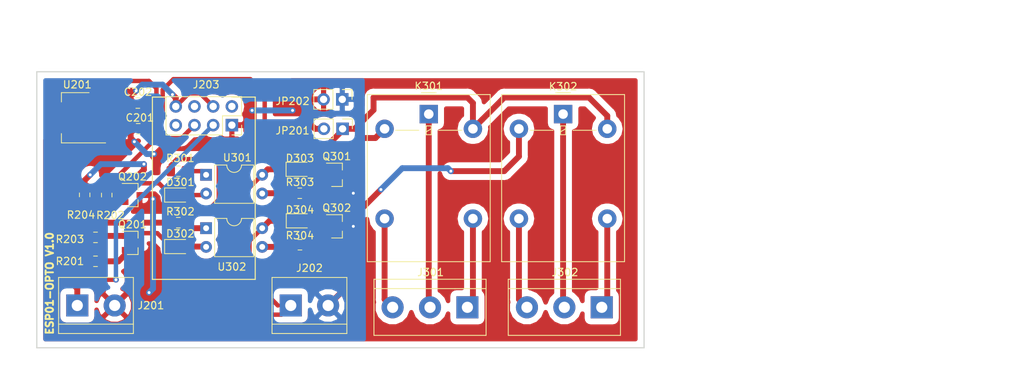
<source format=kicad_pcb>
(kicad_pcb (version 20171130) (host pcbnew 5.0.1-33cea8e~68~ubuntu16.04.1)

  (general
    (thickness 1.6)
    (drawings 22)
    (tracks 209)
    (zones 0)
    (modules 33)
    (nets 31)
  )

  (page A4)
  (title_block
    (title "Módulo Wifi-ESP01 con relés optoacoplados")
    (date 2018-10-08)
    (rev "Modulo 1.0")
    (company FIUBA-CESE)
    (comment 1 "Autor: Christian Yánez")
  )

  (layers
    (0 F.Cu signal)
    (31 B.Cu signal)
    (33 F.Adhes user)
    (35 F.Paste user)
    (37 F.SilkS user)
    (39 F.Mask user)
    (40 Dwgs.User user)
    (41 Cmts.User user)
    (42 Eco1.User user)
    (43 Eco2.User user)
    (44 Edge.Cuts user)
    (45 Margin user)
    (46 B.CrtYd user)
    (47 F.CrtYd user)
    (49 F.Fab user hide)
  )

  (setup
    (last_trace_width 0.25)
    (user_trace_width 0.6)
    (user_trace_width 0.8)
    (user_trace_width 1)
    (trace_clearance 0.6)
    (zone_clearance 0.508)
    (zone_45_only no)
    (trace_min 0.2)
    (segment_width 0.2)
    (edge_width 0.15)
    (via_size 0.8)
    (via_drill 0.4)
    (via_min_size 0.4)
    (via_min_drill 0.3)
    (user_via 1.5 0.8)
    (uvia_size 0.3)
    (uvia_drill 0.1)
    (uvias_allowed no)
    (uvia_min_size 0.2)
    (uvia_min_drill 0.1)
    (pcb_text_width 0.3)
    (pcb_text_size 1.5 1.5)
    (mod_edge_width 0.15)
    (mod_text_size 1 1)
    (mod_text_width 0.15)
    (pad_size 1.7 1.7)
    (pad_drill 1)
    (pad_to_mask_clearance 0)
    (solder_mask_min_width 0.25)
    (aux_axis_origin 0 0)
    (visible_elements FFFFFF7F)
    (pcbplotparams
      (layerselection 0x010fc_ffffffff)
      (usegerberextensions false)
      (usegerberattributes false)
      (usegerberadvancedattributes false)
      (creategerberjobfile false)
      (excludeedgelayer true)
      (linewidth 0.100000)
      (plotframeref false)
      (viasonmask false)
      (mode 1)
      (useauxorigin false)
      (hpglpennumber 1)
      (hpglpenspeed 20)
      (hpglpendiameter 15.000000)
      (psnegative false)
      (psa4output false)
      (plotreference true)
      (plotvalue true)
      (plotinvisibletext false)
      (padsonsilk false)
      (subtractmaskfromsilk false)
      (outputformat 1)
      (mirror false)
      (drillshape 1)
      (scaleselection 1)
      (outputdirectory ""))
  )

  (net 0 "")
  (net 1 GNDA)
  (net 2 +5VA)
  (net 3 /ESP01/GPIO0)
  (net 4 /ESP01/GPIO1)
  (net 5 +5V)
  (net 6 /Opto-aclope/COM0)
  (net 7 /Opto-aclope/COM1)
  (net 8 GND)
  (net 9 "Net-(J301-Pad3)")
  (net 10 "Net-(J301-Pad1)")
  (net 11 "Net-(J302-Pad3)")
  (net 12 "Net-(J302-Pad1)")
  (net 13 "Net-(Q201-Pad2)")
  (net 14 "Net-(J203-Pad2)")
  (net 15 "Net-(R304-Pad2)")
  (net 16 "Net-(Q302-Pad2)")
  (net 17 "Net-(Q301-Pad2)")
  (net 18 "Net-(R303-Pad2)")
  (net 19 "Net-(R302-Pad2)")
  (net 20 "Net-(R301-Pad2)")
  (net 21 "Net-(Q202-Pad2)")
  (net 22 "Net-(J203-Pad3)")
  (net 23 "Net-(D303-Pad2)")
  (net 24 "Net-(D304-Pad2)")
  (net 25 "Net-(C202-Pad1)")
  (net 26 "Net-(D301-Pad2)")
  (net 27 "Net-(D302-Pad2)")
  (net 28 "Net-(J203-Pad4)")
  (net 29 "Net-(J203-Pad7)")
  (net 30 "Net-(J203-Pad5)")

  (net_class Default "This is the default net class."
    (clearance 0.6)
    (trace_width 0.25)
    (via_dia 0.8)
    (via_drill 0.4)
    (uvia_dia 0.3)
    (uvia_drill 0.1)
    (add_net +5V)
    (add_net +5VA)
    (add_net /ESP01/GPIO0)
    (add_net /ESP01/GPIO1)
    (add_net /Opto-aclope/COM0)
    (add_net /Opto-aclope/COM1)
    (add_net GND)
    (add_net GNDA)
    (add_net "Net-(C202-Pad1)")
    (add_net "Net-(D301-Pad2)")
    (add_net "Net-(D302-Pad2)")
    (add_net "Net-(D303-Pad2)")
    (add_net "Net-(D304-Pad2)")
    (add_net "Net-(J203-Pad2)")
    (add_net "Net-(J203-Pad3)")
    (add_net "Net-(J203-Pad4)")
    (add_net "Net-(J203-Pad5)")
    (add_net "Net-(J203-Pad7)")
    (add_net "Net-(J301-Pad1)")
    (add_net "Net-(J301-Pad3)")
    (add_net "Net-(J302-Pad1)")
    (add_net "Net-(J302-Pad3)")
    (add_net "Net-(Q201-Pad2)")
    (add_net "Net-(Q202-Pad2)")
    (add_net "Net-(Q301-Pad2)")
    (add_net "Net-(Q302-Pad2)")
    (add_net "Net-(R301-Pad2)")
    (add_net "Net-(R302-Pad2)")
    (add_net "Net-(R303-Pad2)")
    (add_net "Net-(R304-Pad2)")
  )

  (module Fiducial:Fiducial_1mm_Dia_2mm_Outer (layer F.Cu) (tedit 5BF4A4A5) (tstamp 5C0D29AB)
    (at 105 88.25)
    (descr "Circular Fiducial, 1mm bare copper top; 2mm keepout (Level A)")
    (tags marker)
    (path /5BF4B9C4)
    (attr virtual)
    (fp_text reference F101 (at 0 -2) (layer F.SilkS) hide
      (effects (font (size 1 1) (thickness 0.15)))
    )
    (fp_text value MountingHole (at 0 2) (layer F.Fab)
      (effects (font (size 1 1) (thickness 0.15)))
    )
    (fp_circle (center 0 0) (end 1 0) (layer F.Fab) (width 0.1))
    (fp_text user %R (at 0 0) (layer F.Fab)
      (effects (font (size 0.4 0.4) (thickness 0.06)))
    )
    (fp_circle (center 0 0) (end 1.25 0) (layer F.CrtYd) (width 0.05))
    (pad ~ smd circle (at 0 0) (size 1 1) (layers F.Cu F.Mask)
      (solder_mask_margin 0.5) (clearance 0.5))
  )

  (module Fiducial:Fiducial_1mm_Dia_2mm_Outer (layer F.Cu) (tedit 5BF4A4B3) (tstamp 5C0D29A3)
    (at 115.75 59.5)
    (descr "Circular Fiducial, 1mm bare copper top; 2mm keepout (Level A)")
    (tags marker)
    (path /5BF4B9CB)
    (attr virtual)
    (fp_text reference F102 (at 0 -2) (layer F.SilkS) hide
      (effects (font (size 1 1) (thickness 0.15)))
    )
    (fp_text value MountingHole (at 0 2) (layer F.Fab)
      (effects (font (size 1 1) (thickness 0.15)))
    )
    (fp_circle (center 0 0) (end 1.25 0) (layer F.CrtYd) (width 0.05))
    (fp_text user %R (at 0 0) (layer F.Fab)
      (effects (font (size 0.4 0.4) (thickness 0.06)))
    )
    (fp_circle (center 0 0) (end 1 0) (layer F.Fab) (width 0.1))
    (pad ~ smd circle (at 0 0) (size 1 1) (layers F.Cu F.Mask)
      (solder_mask_margin 0.5) (clearance 0.5))
  )

  (module Fiducial:Fiducial_1mm_Dia_2mm_Outer (layer F.Cu) (tedit 5BF4A4AD) (tstamp 5C0D299B)
    (at 85.5 72)
    (descr "Circular Fiducial, 1mm bare copper top; 2mm keepout (Level A)")
    (tags marker)
    (path /5BF4B9D2)
    (attr virtual)
    (fp_text reference F103 (at 0 -2) (layer F.SilkS) hide
      (effects (font (size 1 1) (thickness 0.15)))
    )
    (fp_text value MountingHole (at 0 2) (layer F.Fab)
      (effects (font (size 1 1) (thickness 0.15)))
    )
    (fp_circle (center 0 0) (end 1 0) (layer F.Fab) (width 0.1))
    (fp_text user %R (at 0 0) (layer F.Fab)
      (effects (font (size 0.4 0.4) (thickness 0.06)))
    )
    (fp_circle (center 0 0) (end 1.25 0) (layer F.CrtYd) (width 0.05))
    (pad ~ smd circle (at 0 0) (size 1 1) (layers F.Cu F.Mask)
      (solder_mask_margin 0.5) (clearance 0.5))
  )

  (module w_conn_mkds:PinSocket_2x04_P2.54mm_Vertical (layer F.Cu) (tedit 5BF4A38C) (tstamp 5C0D25DC)
    (at 109 64.75 270)
    (descr "Through hole straight socket strip, 2x04, 2.54mm pitch, double cols (from Kicad 4.0.7), script generated")
    (tags "Through hole socket strip THT 2x04 2.54mm double row")
    (path /5BBABA67/5BBAD340)
    (fp_text reference J203 (at -5.5 3.5) (layer F.SilkS)
      (effects (font (size 1 1) (thickness 0.15)))
    )
    (fp_text value Conn_02x04_Odd_Even_MountingPin (at -6.5 0.25) (layer F.Fab)
      (effects (font (size 1 1) (thickness 0.15)))
    )
    (fp_text user %R (at 2.5 3.75) (layer F.Fab)
      (effects (font (size 1 1) (thickness 0.15)))
    )
    (fp_line (start -4.34 9.4) (end -4.34 -1.8) (layer F.CrtYd) (width 0.05))
    (fp_line (start 1.76 9.4) (end -4.34 9.4) (layer F.CrtYd) (width 0.05))
    (fp_line (start 1.76 -1.8) (end 1.76 9.4) (layer F.CrtYd) (width 0.05))
    (fp_line (start -4.34 -1.8) (end 1.76 -1.8) (layer F.CrtYd) (width 0.05))
    (fp_line (start 0 -1.33) (end 1.33 -1.33) (layer F.SilkS) (width 0.12))
    (fp_line (start 1.33 -1.33) (end 1.33 0) (layer F.SilkS) (width 0.12))
    (fp_line (start -1.27 -1.33) (end -1.27 1.27) (layer F.SilkS) (width 0.12))
    (fp_line (start -1.27 1.27) (end 1.33 1.27) (layer F.SilkS) (width 0.12))
    (fp_line (start 1.33 1.27) (end 1.33 8.95) (layer F.SilkS) (width 0.12))
    (fp_line (start -3.87 8.95) (end 1.33 8.95) (layer F.SilkS) (width 0.12))
    (fp_line (start -3.87 -1.33) (end -3.87 8.95) (layer F.SilkS) (width 0.12))
    (fp_line (start -3.87 -1.33) (end -1.27 -1.33) (layer F.SilkS) (width 0.12))
    (fp_line (start -3.81 8.89) (end -3.81 -1.27) (layer F.Fab) (width 0.1))
    (fp_line (start 1.27 8.89) (end -3.81 8.89) (layer F.Fab) (width 0.1))
    (fp_line (start 1.27 -0.27) (end 1.27 8.89) (layer F.Fab) (width 0.1))
    (fp_line (start 0.27 -1.27) (end 1.27 -0.27) (layer F.Fab) (width 0.1))
    (fp_line (start -3.81 -1.27) (end 0.27 -1.27) (layer F.Fab) (width 0.1))
    (fp_line (start -3.81 0) (end -3.81 -3.175) (layer F.SilkS) (width 0.15))
    (fp_line (start 20.955 -3.175) (end 20.955 10.795) (layer F.SilkS) (width 0.15))
    (fp_line (start 20.955 10.795) (end -3.81 10.795) (layer F.SilkS) (width 0.15))
    (fp_line (start -3.81 10.795) (end -3.81 8.89) (layer F.SilkS) (width 0.15))
    (fp_line (start -3.81 -3.175) (end 20.955 -3.175) (layer F.SilkS) (width 0.15))
    (pad 8 thru_hole oval (at -2.54 7.62 270) (size 1.7 1.7) (drill 1) (layers *.Cu *.Mask)
      (net 25 "Net-(C202-Pad1)"))
    (pad 4 thru_hole oval (at 0 7.62 270) (size 1.7 1.7) (drill 1) (layers *.Cu *.Mask)
      (net 28 "Net-(J203-Pad4)"))
    (pad 7 thru_hole oval (at -2.54 5.08 270) (size 1.7 1.7) (drill 1) (layers *.Cu *.Mask)
      (net 29 "Net-(J203-Pad7)"))
    (pad 3 thru_hole oval (at 0 5.08 270) (size 1.7 1.7) (drill 1) (layers *.Cu *.Mask)
      (net 22 "Net-(J203-Pad3)"))
    (pad 6 thru_hole oval (at -2.54 2.54 270) (size 1.7 1.7) (drill 1) (layers *.Cu *.Mask)
      (net 25 "Net-(C202-Pad1)"))
    (pad 2 thru_hole oval (at 0 2.54 270) (size 1.7 1.7) (drill 1) (layers *.Cu *.Mask)
      (net 14 "Net-(J203-Pad2)"))
    (pad 5 thru_hole oval (at -2.54 0 270) (size 1.7 1.7) (drill 1) (layers *.Cu *.Mask)
      (net 30 "Net-(J203-Pad5)"))
    (pad 1 thru_hole rect (at 0 0 270) (size 1.7 1.7) (drill 1) (layers *.Cu *.Mask)
      (net 1 GNDA))
    (model ${KISYS3DMOD}/Connector_PinSocket_2.54mm.3dshapes/PinSocket_2x04_P2.54mm_Vertical.wrl
      (at (xyz 0 0 0))
      (scale (xyz 1 1 1))
      (rotate (xyz 0 0 0))
    )
  )

  (module Relay_THT:Relay_SPDT_Omron-G5LE-1 (layer F.Cu) (tedit 5AE38B37) (tstamp 5BBA3B4E)
    (at 154 63.25)
    (descr "Omron Relay SPDT, http://www.omron.com/ecb/products/pdf/en-g5le.pdf")
    (tags "Omron Relay SPDT")
    (path /5BBC31E0/5BBC3927)
    (fp_text reference K302 (at 0 -3.75) (layer F.SilkS)
      (effects (font (size 1 1) (thickness 0.15)))
    )
    (fp_text value G5LE-1 (at 0 20.95) (layer F.Fab)
      (effects (font (size 1 1) (thickness 0.15)))
    )
    (fp_text user %R (at 0 8.7) (layer F.Fab)
      (effects (font (size 1 1) (thickness 0.15)))
    )
    (fp_line (start -8.5 20.2) (end 8.5 20.2) (layer F.CrtYd) (width 0.05))
    (fp_line (start -8.5 -2.8) (end -8.5 20.2) (layer F.CrtYd) (width 0.05))
    (fp_line (start 8.5 -2.8) (end -8.5 -2.8) (layer F.CrtYd) (width 0.05))
    (fp_line (start 8.5 20.2) (end 8.5 -2.8) (layer F.CrtYd) (width 0.05))
    (fp_line (start 1.35 2.2) (end 4.5 2.2) (layer F.SilkS) (width 0.12))
    (fp_line (start -4.5 2.2) (end -1.35 2.2) (layer F.SilkS) (width 0.12))
    (fp_line (start -1 -2.91) (end 1 -2.91) (layer F.SilkS) (width 0.12))
    (fp_line (start -0.35 2.8) (end 0.35 2.8) (layer F.SilkS) (width 0.12))
    (fp_line (start -0.35 1.6) (end -0.35 2.8) (layer F.SilkS) (width 0.12))
    (fp_line (start 0.35 1.6) (end -0.35 1.6) (layer F.SilkS) (width 0.12))
    (fp_line (start 0.35 2.8) (end 0.35 1.6) (layer F.SilkS) (width 0.12))
    (fp_line (start -0.35 2.4) (end 0.35 2) (layer F.SilkS) (width 0.12))
    (fp_line (start -8.35 20.05) (end 8.35 20.05) (layer F.SilkS) (width 0.12))
    (fp_line (start -8.35 -2.65) (end -8.35 20.05) (layer F.SilkS) (width 0.12))
    (fp_line (start 8.35 -2.65) (end -8.35 -2.65) (layer F.SilkS) (width 0.12))
    (fp_line (start 8.35 20.05) (end 8.35 -2.65) (layer F.SilkS) (width 0.12))
    (fp_line (start -4.5 2) (end 4.5 2) (layer F.Fab) (width 0.1))
    (fp_line (start -1 -2.55) (end 0 -1.55) (layer F.Fab) (width 0.1))
    (fp_line (start -8.25 -2.55) (end -1 -2.55) (layer F.Fab) (width 0.1))
    (fp_line (start -8.25 19.95) (end -8.25 -2.55) (layer F.Fab) (width 0.1))
    (fp_line (start 8.25 19.95) (end -8.25 19.95) (layer F.Fab) (width 0.1))
    (fp_line (start 8.25 -2.55) (end 8.25 19.95) (layer F.Fab) (width 0.1))
    (fp_line (start 1 -2.55) (end 8.25 -2.55) (layer F.Fab) (width 0.1))
    (fp_line (start 0 -1.55) (end 1 -2.55) (layer F.Fab) (width 0.1))
    (pad 5 thru_hole oval (at 6 2) (size 2.5 2.5) (drill 1.3) (layers *.Cu *.Mask)
      (net 5 +5V))
    (pad 4 thru_hole oval (at 6 14.2) (size 2.5 2.5) (drill 1.3) (layers *.Cu *.Mask)
      (net 12 "Net-(J302-Pad1)"))
    (pad 3 thru_hole oval (at -6 14.2) (size 2.5 2.5) (drill 1.3) (layers *.Cu *.Mask)
      (net 11 "Net-(J302-Pad3)"))
    (pad 2 thru_hole oval (at -6 2) (size 2.5 2.5) (drill 1.3) (layers *.Cu *.Mask)
      (net 24 "Net-(D304-Pad2)"))
    (pad 1 thru_hole rect (at 0 0) (size 2.5 2.5) (drill 1.3) (layers *.Cu *.Mask)
      (net 7 /Opto-aclope/COM1))
    (model ${KISYS3DMOD}/Relay_THT.3dshapes/Relay_SPDT_Omron-G5LE-1.wrl
      (at (xyz 0 0 0))
      (scale (xyz 1 1 1))
      (rotate (xyz 0 0 0))
    )
    (model ${KIPRJMOD}/shapes3D/relay_HJR-3FF_Z.wrl
      (offset (xyz 0 -8 0))
      (scale (xyz 1 1 1))
      (rotate (xyz 0 0 0))
    )
  )

  (module TerminalBlock:TerminalBlock_bornier-3_P5.08mm (layer F.Cu) (tedit 59FF03B9) (tstamp 5BBA3C25)
    (at 141 89.5 180)
    (descr "simple 3-pin terminal block, pitch 5.08mm, revamped version of bornier3")
    (tags "terminal block bornier3")
    (path /5BBC31E0/5BBC3935)
    (fp_text reference J301 (at 5 4.75 180) (layer F.SilkS)
      (effects (font (size 1 1) (thickness 0.15)))
    )
    (fp_text value Conn_01x03 (at 5.08 5.08 180) (layer F.Fab)
      (effects (font (size 1 1) (thickness 0.15)))
    )
    (fp_line (start 12.88 4) (end -2.72 4) (layer F.CrtYd) (width 0.05))
    (fp_line (start 12.88 4) (end 12.88 -4) (layer F.CrtYd) (width 0.05))
    (fp_line (start -2.72 -4) (end -2.72 4) (layer F.CrtYd) (width 0.05))
    (fp_line (start -2.72 -4) (end 12.88 -4) (layer F.CrtYd) (width 0.05))
    (fp_line (start -2.54 3.81) (end 12.7 3.81) (layer F.SilkS) (width 0.12))
    (fp_line (start -2.54 -3.81) (end 12.7 -3.81) (layer F.SilkS) (width 0.12))
    (fp_line (start -2.54 2.54) (end 12.7 2.54) (layer F.SilkS) (width 0.12))
    (fp_line (start 12.7 3.81) (end 12.7 -3.81) (layer F.SilkS) (width 0.12))
    (fp_line (start -2.54 3.81) (end -2.54 -3.81) (layer F.SilkS) (width 0.12))
    (fp_line (start -2.47 3.75) (end -2.47 -3.75) (layer F.Fab) (width 0.1))
    (fp_line (start 12.63 3.75) (end -2.47 3.75) (layer F.Fab) (width 0.1))
    (fp_line (start 12.63 -3.75) (end 12.63 3.75) (layer F.Fab) (width 0.1))
    (fp_line (start -2.47 -3.75) (end 12.63 -3.75) (layer F.Fab) (width 0.1))
    (fp_line (start -2.47 2.55) (end 12.63 2.55) (layer F.Fab) (width 0.1))
    (fp_text user %R (at 5.08 0 180) (layer F.Fab)
      (effects (font (size 1 1) (thickness 0.15)))
    )
    (pad 3 thru_hole circle (at 10.16 0 180) (size 3 3) (drill 1.52) (layers *.Cu *.Mask)
      (net 9 "Net-(J301-Pad3)"))
    (pad 2 thru_hole circle (at 5.08 0 180) (size 3 3) (drill 1.52) (layers *.Cu *.Mask)
      (net 6 /Opto-aclope/COM0))
    (pad 1 thru_hole rect (at 0 0 180) (size 3 3) (drill 1.52) (layers *.Cu *.Mask)
      (net 10 "Net-(J301-Pad1)"))
    (model ${KISYS3DMOD}/TerminalBlock.3dshapes/TerminalBlock_bornier-3_P5.08mm.wrl
      (offset (xyz 5.079999923706055 0 0))
      (scale (xyz 1 1 1))
      (rotate (xyz 0 0 0))
    )
    (model ${KIPRJMOD}/shapes3D/mkds_1,5-3.wrl
      (offset (xyz 5 0 0))
      (scale (xyz 1 1 1))
      (rotate (xyz 0 0 180))
    )
  )

  (module TerminalBlock:TerminalBlock_bornier-3_P5.08mm (layer F.Cu) (tedit 59FF03B9) (tstamp 5BC5CFCF)
    (at 159.25 89.5 180)
    (descr "simple 3-pin terminal block, pitch 5.08mm, revamped version of bornier3")
    (tags "terminal block bornier3")
    (path /5BBC31E0/5BBC393C)
    (fp_text reference J302 (at 5 4.75 180) (layer F.SilkS)
      (effects (font (size 1 1) (thickness 0.15)))
    )
    (fp_text value Conn_01x03 (at 5.08 5.08 180) (layer F.Fab)
      (effects (font (size 1 1) (thickness 0.15)))
    )
    (fp_line (start 12.88 4) (end -2.72 4) (layer F.CrtYd) (width 0.05))
    (fp_line (start 12.88 4) (end 12.88 -4) (layer F.CrtYd) (width 0.05))
    (fp_line (start -2.72 -4) (end -2.72 4) (layer F.CrtYd) (width 0.05))
    (fp_line (start -2.72 -4) (end 12.88 -4) (layer F.CrtYd) (width 0.05))
    (fp_line (start -2.54 3.81) (end 12.7 3.81) (layer F.SilkS) (width 0.12))
    (fp_line (start -2.54 -3.81) (end 12.7 -3.81) (layer F.SilkS) (width 0.12))
    (fp_line (start -2.54 2.54) (end 12.7 2.54) (layer F.SilkS) (width 0.12))
    (fp_line (start 12.7 3.81) (end 12.7 -3.81) (layer F.SilkS) (width 0.12))
    (fp_line (start -2.54 3.81) (end -2.54 -3.81) (layer F.SilkS) (width 0.12))
    (fp_line (start -2.47 3.75) (end -2.47 -3.75) (layer F.Fab) (width 0.1))
    (fp_line (start 12.63 3.75) (end -2.47 3.75) (layer F.Fab) (width 0.1))
    (fp_line (start 12.63 -3.75) (end 12.63 3.75) (layer F.Fab) (width 0.1))
    (fp_line (start -2.47 -3.75) (end 12.63 -3.75) (layer F.Fab) (width 0.1))
    (fp_line (start -2.47 2.55) (end 12.63 2.55) (layer F.Fab) (width 0.1))
    (fp_text user %R (at 5.08 0 180) (layer F.Fab)
      (effects (font (size 1 1) (thickness 0.15)))
    )
    (pad 3 thru_hole circle (at 10.16 0 180) (size 3 3) (drill 1.52) (layers *.Cu *.Mask)
      (net 11 "Net-(J302-Pad3)"))
    (pad 2 thru_hole circle (at 5.08 0 180) (size 3 3) (drill 1.52) (layers *.Cu *.Mask)
      (net 7 /Opto-aclope/COM1))
    (pad 1 thru_hole rect (at 0 0 180) (size 3 3) (drill 1.52) (layers *.Cu *.Mask)
      (net 12 "Net-(J302-Pad1)"))
    (model ${KISYS3DMOD}/TerminalBlock.3dshapes/TerminalBlock_bornier-3_P5.08mm.wrl
      (offset (xyz 5.079999923706055 0 0))
      (scale (xyz 1 1 1))
      (rotate (xyz 0 0 0))
    )
    (model ${KIPRJMOD}/shapes3D/mkds_1,5-3.wrl
      (offset (xyz 5 0 0))
      (scale (xyz 1 1 1))
      (rotate (xyz 0 0 180))
    )
  )

  (module Capacitor_SMD:C_0805_2012Metric_Pad1.15x1.40mm_HandSolder (layer F.Cu) (tedit 5B36C52B) (tstamp 5BC5CF28)
    (at 96.275 65.25 180)
    (descr "Capacitor SMD 0805 (2012 Metric), square (rectangular) end terminal, IPC_7351 nominal with elongated pad for handsoldering. (Body size source: https://docs.google.com/spreadsheets/d/1BsfQQcO9C6DZCsRaXUlFlo91Tg2WpOkGARC1WS5S8t0/edit?usp=sharing), generated with kicad-footprint-generator")
    (tags "capacitor handsolder")
    (path /5BBABA67/5BBAE0DD)
    (attr smd)
    (fp_text reference C201 (at -0.225 1.5 180) (layer F.SilkS)
      (effects (font (size 1 1) (thickness 0.15)))
    )
    (fp_text value 100nF (at -0.025 -1.75 180) (layer F.Fab)
      (effects (font (size 1 1) (thickness 0.15)))
    )
    (fp_text user %R (at 0 0 180) (layer F.Fab)
      (effects (font (size 0.5 0.5) (thickness 0.08)))
    )
    (fp_line (start 1.85 0.95) (end -1.85 0.95) (layer F.CrtYd) (width 0.05))
    (fp_line (start 1.85 -0.95) (end 1.85 0.95) (layer F.CrtYd) (width 0.05))
    (fp_line (start -1.85 -0.95) (end 1.85 -0.95) (layer F.CrtYd) (width 0.05))
    (fp_line (start -1.85 0.95) (end -1.85 -0.95) (layer F.CrtYd) (width 0.05))
    (fp_line (start -0.261252 0.71) (end 0.261252 0.71) (layer F.SilkS) (width 0.12))
    (fp_line (start -0.261252 -0.71) (end 0.261252 -0.71) (layer F.SilkS) (width 0.12))
    (fp_line (start 1 0.6) (end -1 0.6) (layer F.Fab) (width 0.1))
    (fp_line (start 1 -0.6) (end 1 0.6) (layer F.Fab) (width 0.1))
    (fp_line (start -1 -0.6) (end 1 -0.6) (layer F.Fab) (width 0.1))
    (fp_line (start -1 0.6) (end -1 -0.6) (layer F.Fab) (width 0.1))
    (pad 2 smd roundrect (at 1.025 0 180) (size 1.15 1.4) (layers F.Cu F.Paste F.Mask) (roundrect_rratio 0.217391)
      (net 1 GNDA))
    (pad 1 smd roundrect (at -1.025 0 180) (size 1.15 1.4) (layers F.Cu F.Paste F.Mask) (roundrect_rratio 0.217391)
      (net 2 +5VA))
    (model ${KISYS3DMOD}/Capacitor_SMD.3dshapes/C_0805_2012Metric.wrl
      (at (xyz 0 0 0))
      (scale (xyz 1 1 1))
      (rotate (xyz 0 0 0))
    )
  )

  (module Capacitor_SMD:C_0805_2012Metric_Pad1.15x1.40mm_HandSolder (layer F.Cu) (tedit 5B36C52B) (tstamp 5BBA59C2)
    (at 96.225 61.75)
    (descr "Capacitor SMD 0805 (2012 Metric), square (rectangular) end terminal, IPC_7351 nominal with elongated pad for handsoldering. (Body size source: https://docs.google.com/spreadsheets/d/1BsfQQcO9C6DZCsRaXUlFlo91Tg2WpOkGARC1WS5S8t0/edit?usp=sharing), generated with kicad-footprint-generator")
    (tags "capacitor handsolder")
    (path /5BBABA67/5BBAE170)
    (attr smd)
    (fp_text reference C202 (at 0.025 -1.5) (layer F.SilkS)
      (effects (font (size 1 1) (thickness 0.15)))
    )
    (fp_text value 10uF (at 0 1.65) (layer F.Fab)
      (effects (font (size 1 1) (thickness 0.15)))
    )
    (fp_line (start -1 0.6) (end -1 -0.6) (layer F.Fab) (width 0.1))
    (fp_line (start -1 -0.6) (end 1 -0.6) (layer F.Fab) (width 0.1))
    (fp_line (start 1 -0.6) (end 1 0.6) (layer F.Fab) (width 0.1))
    (fp_line (start 1 0.6) (end -1 0.6) (layer F.Fab) (width 0.1))
    (fp_line (start -0.261252 -0.71) (end 0.261252 -0.71) (layer F.SilkS) (width 0.12))
    (fp_line (start -0.261252 0.71) (end 0.261252 0.71) (layer F.SilkS) (width 0.12))
    (fp_line (start -1.85 0.95) (end -1.85 -0.95) (layer F.CrtYd) (width 0.05))
    (fp_line (start -1.85 -0.95) (end 1.85 -0.95) (layer F.CrtYd) (width 0.05))
    (fp_line (start 1.85 -0.95) (end 1.85 0.95) (layer F.CrtYd) (width 0.05))
    (fp_line (start 1.85 0.95) (end -1.85 0.95) (layer F.CrtYd) (width 0.05))
    (fp_text user %R (at 0 0) (layer F.Fab)
      (effects (font (size 0.5 0.5) (thickness 0.08)))
    )
    (pad 1 smd roundrect (at -1.025 0) (size 1.15 1.4) (layers F.Cu F.Paste F.Mask) (roundrect_rratio 0.217391)
      (net 25 "Net-(C202-Pad1)"))
    (pad 2 smd roundrect (at 1.025 0) (size 1.15 1.4) (layers F.Cu F.Paste F.Mask) (roundrect_rratio 0.217391)
      (net 1 GNDA))
    (model ${KISYS3DMOD}/Capacitor_SMD.3dshapes/C_0805_2012Metric.wrl
      (at (xyz 0 0 0))
      (scale (xyz 1 1 1))
      (rotate (xyz 0 0 0))
    )
  )

  (module LED_SMD:LED_0805_2012Metric_Pad1.15x1.40mm_HandSolder (layer F.Cu) (tedit 5B4B45C9) (tstamp 5BC5CF4C)
    (at 101.725 74.25)
    (descr "LED SMD 0805 (2012 Metric), square (rectangular) end terminal, IPC_7351 nominal, (Body size source: https://docs.google.com/spreadsheets/d/1BsfQQcO9C6DZCsRaXUlFlo91Tg2WpOkGARC1WS5S8t0/edit?usp=sharing), generated with kicad-footprint-generator")
    (tags "LED handsolder")
    (path /5BBC31E0/5BBC3912)
    (attr smd)
    (fp_text reference D301 (at 0.275 -1.75) (layer F.SilkS)
      (effects (font (size 1 1) (thickness 0.15)))
    )
    (fp_text value LED (at 0 1.65) (layer F.Fab)
      (effects (font (size 1 1) (thickness 0.15)))
    )
    (fp_text user %R (at 0 0) (layer F.Fab)
      (effects (font (size 0.5 0.5) (thickness 0.08)))
    )
    (fp_line (start 1.85 0.95) (end -1.85 0.95) (layer F.CrtYd) (width 0.05))
    (fp_line (start 1.85 -0.95) (end 1.85 0.95) (layer F.CrtYd) (width 0.05))
    (fp_line (start -1.85 -0.95) (end 1.85 -0.95) (layer F.CrtYd) (width 0.05))
    (fp_line (start -1.85 0.95) (end -1.85 -0.95) (layer F.CrtYd) (width 0.05))
    (fp_line (start -1.86 0.96) (end 1 0.96) (layer F.SilkS) (width 0.12))
    (fp_line (start -1.86 -0.96) (end -1.86 0.96) (layer F.SilkS) (width 0.12))
    (fp_line (start 1 -0.96) (end -1.86 -0.96) (layer F.SilkS) (width 0.12))
    (fp_line (start 1 0.6) (end 1 -0.6) (layer F.Fab) (width 0.1))
    (fp_line (start -1 0.6) (end 1 0.6) (layer F.Fab) (width 0.1))
    (fp_line (start -1 -0.3) (end -1 0.6) (layer F.Fab) (width 0.1))
    (fp_line (start -0.7 -0.6) (end -1 -0.3) (layer F.Fab) (width 0.1))
    (fp_line (start 1 -0.6) (end -0.7 -0.6) (layer F.Fab) (width 0.1))
    (pad 2 smd roundrect (at 1.025 0) (size 1.15 1.4) (layers F.Cu F.Paste F.Mask) (roundrect_rratio 0.217391)
      (net 26 "Net-(D301-Pad2)"))
    (pad 1 smd roundrect (at -1.025 0) (size 1.15 1.4) (layers F.Cu F.Paste F.Mask) (roundrect_rratio 0.217391)
      (net 3 /ESP01/GPIO0))
    (model ${KISYS3DMOD}/LED_SMD.3dshapes/LED_0805_2012Metric.wrl
      (at (xyz 0 0 0))
      (scale (xyz 1 1 1))
      (rotate (xyz 0 0 0))
    )
  )

  (module LED_SMD:LED_0805_2012Metric_Pad1.15x1.40mm_HandSolder (layer F.Cu) (tedit 5B4B45C9) (tstamp 5BBA5647)
    (at 101.725 81.25)
    (descr "LED SMD 0805 (2012 Metric), square (rectangular) end terminal, IPC_7351 nominal, (Body size source: https://docs.google.com/spreadsheets/d/1BsfQQcO9C6DZCsRaXUlFlo91Tg2WpOkGARC1WS5S8t0/edit?usp=sharing), generated with kicad-footprint-generator")
    (tags "LED handsolder")
    (path /5BBC31E0/5BBC3951)
    (attr smd)
    (fp_text reference D302 (at 0.275 -1.75) (layer F.SilkS)
      (effects (font (size 1 1) (thickness 0.15)))
    )
    (fp_text value LED (at 0 1.65) (layer F.Fab)
      (effects (font (size 1 1) (thickness 0.15)))
    )
    (fp_line (start 1 -0.6) (end -0.7 -0.6) (layer F.Fab) (width 0.1))
    (fp_line (start -0.7 -0.6) (end -1 -0.3) (layer F.Fab) (width 0.1))
    (fp_line (start -1 -0.3) (end -1 0.6) (layer F.Fab) (width 0.1))
    (fp_line (start -1 0.6) (end 1 0.6) (layer F.Fab) (width 0.1))
    (fp_line (start 1 0.6) (end 1 -0.6) (layer F.Fab) (width 0.1))
    (fp_line (start 1 -0.96) (end -1.86 -0.96) (layer F.SilkS) (width 0.12))
    (fp_line (start -1.86 -0.96) (end -1.86 0.96) (layer F.SilkS) (width 0.12))
    (fp_line (start -1.86 0.96) (end 1 0.96) (layer F.SilkS) (width 0.12))
    (fp_line (start -1.85 0.95) (end -1.85 -0.95) (layer F.CrtYd) (width 0.05))
    (fp_line (start -1.85 -0.95) (end 1.85 -0.95) (layer F.CrtYd) (width 0.05))
    (fp_line (start 1.85 -0.95) (end 1.85 0.95) (layer F.CrtYd) (width 0.05))
    (fp_line (start 1.85 0.95) (end -1.85 0.95) (layer F.CrtYd) (width 0.05))
    (fp_text user %R (at 0 0) (layer F.Fab)
      (effects (font (size 0.5 0.5) (thickness 0.08)))
    )
    (pad 1 smd roundrect (at -1.025 0) (size 1.15 1.4) (layers F.Cu F.Paste F.Mask) (roundrect_rratio 0.217391)
      (net 4 /ESP01/GPIO1))
    (pad 2 smd roundrect (at 1.025 0) (size 1.15 1.4) (layers F.Cu F.Paste F.Mask) (roundrect_rratio 0.217391)
      (net 27 "Net-(D302-Pad2)"))
    (model ${KISYS3DMOD}/LED_SMD.3dshapes/LED_0805_2012Metric.wrl
      (at (xyz 0 0 0))
      (scale (xyz 1 1 1))
      (rotate (xyz 0 0 0))
    )
  )

  (module Diode_SMD:D_0805_2012Metric_Pad1.15x1.40mm_HandSolder (layer F.Cu) (tedit 5B4B45C8) (tstamp 5BC5CF72)
    (at 118.225 70.75)
    (descr "Diode SMD 0805 (2012 Metric), square (rectangular) end terminal, IPC_7351 nominal, (Body size source: https://docs.google.com/spreadsheets/d/1BsfQQcO9C6DZCsRaXUlFlo91Tg2WpOkGARC1WS5S8t0/edit?usp=sharing), generated with kicad-footprint-generator")
    (tags "diode handsolder")
    (path /5BBC31E0/5BBC3920)
    (attr smd)
    (fp_text reference D303 (at 0.025 -1.5) (layer F.SilkS)
      (effects (font (size 1 1) (thickness 0.15)))
    )
    (fp_text value 1N4148 (at 0 1.65) (layer F.Fab)
      (effects (font (size 1 1) (thickness 0.15)))
    )
    (fp_line (start 1 -0.6) (end -0.7 -0.6) (layer F.Fab) (width 0.1))
    (fp_line (start -0.7 -0.6) (end -1 -0.3) (layer F.Fab) (width 0.1))
    (fp_line (start -1 -0.3) (end -1 0.6) (layer F.Fab) (width 0.1))
    (fp_line (start -1 0.6) (end 1 0.6) (layer F.Fab) (width 0.1))
    (fp_line (start 1 0.6) (end 1 -0.6) (layer F.Fab) (width 0.1))
    (fp_line (start 1 -0.96) (end -1.86 -0.96) (layer F.SilkS) (width 0.12))
    (fp_line (start -1.86 -0.96) (end -1.86 0.96) (layer F.SilkS) (width 0.12))
    (fp_line (start -1.86 0.96) (end 1 0.96) (layer F.SilkS) (width 0.12))
    (fp_line (start -1.85 0.95) (end -1.85 -0.95) (layer F.CrtYd) (width 0.05))
    (fp_line (start -1.85 -0.95) (end 1.85 -0.95) (layer F.CrtYd) (width 0.05))
    (fp_line (start 1.85 -0.95) (end 1.85 0.95) (layer F.CrtYd) (width 0.05))
    (fp_line (start 1.85 0.95) (end -1.85 0.95) (layer F.CrtYd) (width 0.05))
    (fp_text user %R (at 0 0) (layer F.Fab)
      (effects (font (size 0.5 0.5) (thickness 0.08)))
    )
    (pad 1 smd roundrect (at -1.025 0) (size 1.15 1.4) (layers F.Cu F.Paste F.Mask) (roundrect_rratio 0.217391)
      (net 5 +5V))
    (pad 2 smd roundrect (at 1.025 0) (size 1.15 1.4) (layers F.Cu F.Paste F.Mask) (roundrect_rratio 0.217391)
      (net 23 "Net-(D303-Pad2)"))
    (model ${KISYS3DMOD}/Diode_SMD.3dshapes/D_0805_2012Metric.wrl
      (at (xyz 0 0 0))
      (scale (xyz 1 1 1))
      (rotate (xyz 0 0 0))
    )
  )

  (module Diode_SMD:D_0805_2012Metric_Pad1.15x1.40mm_HandSolder (layer F.Cu) (tedit 5B4B45C8) (tstamp 5BCAD423)
    (at 118.25 77.75)
    (descr "Diode SMD 0805 (2012 Metric), square (rectangular) end terminal, IPC_7351 nominal, (Body size source: https://docs.google.com/spreadsheets/d/1BsfQQcO9C6DZCsRaXUlFlo91Tg2WpOkGARC1WS5S8t0/edit?usp=sharing), generated with kicad-footprint-generator")
    (tags "diode handsolder")
    (path /5BBC31E0/5BBC396D)
    (attr smd)
    (fp_text reference D304 (at 0 -1.5) (layer F.SilkS)
      (effects (font (size 1 1) (thickness 0.15)))
    )
    (fp_text value 1N4148 (at 0 1.65) (layer F.Fab)
      (effects (font (size 1 1) (thickness 0.15)))
    )
    (fp_text user %R (at 0 0) (layer F.Fab)
      (effects (font (size 0.5 0.5) (thickness 0.08)))
    )
    (fp_line (start 1.85 0.95) (end -1.85 0.95) (layer F.CrtYd) (width 0.05))
    (fp_line (start 1.85 -0.95) (end 1.85 0.95) (layer F.CrtYd) (width 0.05))
    (fp_line (start -1.85 -0.95) (end 1.85 -0.95) (layer F.CrtYd) (width 0.05))
    (fp_line (start -1.85 0.95) (end -1.85 -0.95) (layer F.CrtYd) (width 0.05))
    (fp_line (start -1.86 0.96) (end 1 0.96) (layer F.SilkS) (width 0.12))
    (fp_line (start -1.86 -0.96) (end -1.86 0.96) (layer F.SilkS) (width 0.12))
    (fp_line (start 1 -0.96) (end -1.86 -0.96) (layer F.SilkS) (width 0.12))
    (fp_line (start 1 0.6) (end 1 -0.6) (layer F.Fab) (width 0.1))
    (fp_line (start -1 0.6) (end 1 0.6) (layer F.Fab) (width 0.1))
    (fp_line (start -1 -0.3) (end -1 0.6) (layer F.Fab) (width 0.1))
    (fp_line (start -0.7 -0.6) (end -1 -0.3) (layer F.Fab) (width 0.1))
    (fp_line (start 1 -0.6) (end -0.7 -0.6) (layer F.Fab) (width 0.1))
    (pad 2 smd roundrect (at 1.025 0) (size 1.15 1.4) (layers F.Cu F.Paste F.Mask) (roundrect_rratio 0.217391)
      (net 24 "Net-(D304-Pad2)"))
    (pad 1 smd roundrect (at -1.025 0) (size 1.15 1.4) (layers F.Cu F.Paste F.Mask) (roundrect_rratio 0.217391)
      (net 5 +5V))
    (model ${KISYS3DMOD}/Diode_SMD.3dshapes/D_0805_2012Metric.wrl
      (at (xyz 0 0 0))
      (scale (xyz 1 1 1))
      (rotate (xyz 0 0 0))
    )
  )

  (module TerminalBlock:TerminalBlock_bornier-2_P5.08mm (layer F.Cu) (tedit 59FF03AB) (tstamp 5BBA5DFC)
    (at 88 89.25)
    (descr "simple 2-pin terminal block, pitch 5.08mm, revamped version of bornier2")
    (tags "terminal block bornier2")
    (path /5BBABA67/5BBC8F0C)
    (fp_text reference J201 (at 10 0) (layer F.SilkS)
      (effects (font (size 1 1) (thickness 0.15)))
    )
    (fp_text value Conn_01x02 (at 2.54 4.75) (layer F.Fab)
      (effects (font (size 1 1) (thickness 0.15)))
    )
    (fp_line (start 7.79 4) (end -2.71 4) (layer F.CrtYd) (width 0.05))
    (fp_line (start 7.79 4) (end 7.79 -4) (layer F.CrtYd) (width 0.05))
    (fp_line (start -2.71 -4) (end -2.71 4) (layer F.CrtYd) (width 0.05))
    (fp_line (start -2.71 -4) (end 7.79 -4) (layer F.CrtYd) (width 0.05))
    (fp_line (start -2.54 3.81) (end 7.62 3.81) (layer F.SilkS) (width 0.12))
    (fp_line (start -2.54 -3.81) (end -2.54 3.81) (layer F.SilkS) (width 0.12))
    (fp_line (start 7.62 -3.81) (end -2.54 -3.81) (layer F.SilkS) (width 0.12))
    (fp_line (start 7.62 3.81) (end 7.62 -3.81) (layer F.SilkS) (width 0.12))
    (fp_line (start 7.62 2.54) (end -2.54 2.54) (layer F.SilkS) (width 0.12))
    (fp_line (start 7.54 -3.75) (end -2.46 -3.75) (layer F.Fab) (width 0.1))
    (fp_line (start 7.54 3.75) (end 7.54 -3.75) (layer F.Fab) (width 0.1))
    (fp_line (start -2.46 3.75) (end 7.54 3.75) (layer F.Fab) (width 0.1))
    (fp_line (start -2.46 -3.75) (end -2.46 3.75) (layer F.Fab) (width 0.1))
    (fp_line (start -2.41 2.55) (end 7.49 2.55) (layer F.Fab) (width 0.1))
    (fp_text user %R (at 2.54 0) (layer F.Fab)
      (effects (font (size 1 1) (thickness 0.15)))
    )
    (pad 2 thru_hole circle (at 5.08 0) (size 3 3) (drill 1.52) (layers *.Cu *.Mask)
      (net 1 GNDA))
    (pad 1 thru_hole rect (at 0 0) (size 3 3) (drill 1.52) (layers *.Cu *.Mask)
      (net 2 +5VA))
    (model ${KISYS3DMOD}/TerminalBlock.3dshapes/TerminalBlock_bornier-2_P5.08mm.wrl
      (offset (xyz 2.539999961853027 0 0))
      (scale (xyz 1 1 1))
      (rotate (xyz 0 0 0))
    )
    (model ${KIPRJMOD}/shapes3D/mkds_1,5-2.wrl
      (offset (xyz 2.5 0 0))
      (scale (xyz 1 1 1))
      (rotate (xyz 0 0 0))
    )
  )

  (module TerminalBlock:TerminalBlock_bornier-2_P5.08mm (layer F.Cu) (tedit 59FF03AB) (tstamp 5BC5CFF9)
    (at 117 89.25)
    (descr "simple 2-pin terminal block, pitch 5.08mm, revamped version of bornier2")
    (tags "terminal block bornier2")
    (path /5BBABA67/5BBC9004)
    (fp_text reference J202 (at 2.54 -5.08) (layer F.SilkS)
      (effects (font (size 1 1) (thickness 0.15)))
    )
    (fp_text value Conn_01x02 (at 2.54 4.75) (layer F.Fab)
      (effects (font (size 1 1) (thickness 0.15)))
    )
    (fp_text user %R (at 2.54 0) (layer F.Fab)
      (effects (font (size 1 1) (thickness 0.15)))
    )
    (fp_line (start -2.41 2.55) (end 7.49 2.55) (layer F.Fab) (width 0.1))
    (fp_line (start -2.46 -3.75) (end -2.46 3.75) (layer F.Fab) (width 0.1))
    (fp_line (start -2.46 3.75) (end 7.54 3.75) (layer F.Fab) (width 0.1))
    (fp_line (start 7.54 3.75) (end 7.54 -3.75) (layer F.Fab) (width 0.1))
    (fp_line (start 7.54 -3.75) (end -2.46 -3.75) (layer F.Fab) (width 0.1))
    (fp_line (start 7.62 2.54) (end -2.54 2.54) (layer F.SilkS) (width 0.12))
    (fp_line (start 7.62 3.81) (end 7.62 -3.81) (layer F.SilkS) (width 0.12))
    (fp_line (start 7.62 -3.81) (end -2.54 -3.81) (layer F.SilkS) (width 0.12))
    (fp_line (start -2.54 -3.81) (end -2.54 3.81) (layer F.SilkS) (width 0.12))
    (fp_line (start -2.54 3.81) (end 7.62 3.81) (layer F.SilkS) (width 0.12))
    (fp_line (start -2.71 -4) (end 7.79 -4) (layer F.CrtYd) (width 0.05))
    (fp_line (start -2.71 -4) (end -2.71 4) (layer F.CrtYd) (width 0.05))
    (fp_line (start 7.79 4) (end 7.79 -4) (layer F.CrtYd) (width 0.05))
    (fp_line (start 7.79 4) (end -2.71 4) (layer F.CrtYd) (width 0.05))
    (pad 1 thru_hole rect (at 0 0) (size 3 3) (drill 1.52) (layers *.Cu *.Mask)
      (net 5 +5V))
    (pad 2 thru_hole circle (at 5.08 0) (size 3 3) (drill 1.52) (layers *.Cu *.Mask)
      (net 8 GND))
    (model ${KISYS3DMOD}/TerminalBlock.3dshapes/TerminalBlock_bornier-2_P5.08mm.wrl
      (offset (xyz 2.539999961853027 0 0))
      (scale (xyz 1 1 1))
      (rotate (xyz 0 0 0))
    )
    (model ${KIPRJMOD}/shapes3D/mkds_1,5-2.wrl
      (offset (xyz 2.5 0 0))
      (scale (xyz 1 1 1))
      (rotate (xyz 0 0 0))
    )
  )

  (module Connector_PinHeader_2.54mm:PinHeader_1x02_P2.54mm_Vertical (layer F.Cu) (tedit 59FED5CC) (tstamp 5BC5D00F)
    (at 124.04 65.25 270)
    (descr "Through hole straight pin header, 1x02, 2.54mm pitch, single row")
    (tags "Through hole pin header THT 1x02 2.54mm single row")
    (path /5BBABA67/5BBC911D)
    (fp_text reference JP201 (at 0.25 6.79) (layer F.SilkS)
      (effects (font (size 1 1) (thickness 0.15)))
    )
    (fp_text value Jumper (at -2.75 1) (layer F.Fab)
      (effects (font (size 1 1) (thickness 0.15)))
    )
    (fp_text user %R (at -3.5 1) (layer F.Fab)
      (effects (font (size 1 1) (thickness 0.15)))
    )
    (fp_line (start 1.8 -1.8) (end -1.8 -1.8) (layer F.CrtYd) (width 0.05))
    (fp_line (start 1.8 4.35) (end 1.8 -1.8) (layer F.CrtYd) (width 0.05))
    (fp_line (start -1.8 4.35) (end 1.8 4.35) (layer F.CrtYd) (width 0.05))
    (fp_line (start -1.8 -1.8) (end -1.8 4.35) (layer F.CrtYd) (width 0.05))
    (fp_line (start -1.33 -1.33) (end 0 -1.33) (layer F.SilkS) (width 0.12))
    (fp_line (start -1.33 0) (end -1.33 -1.33) (layer F.SilkS) (width 0.12))
    (fp_line (start -1.33 1.27) (end 1.33 1.27) (layer F.SilkS) (width 0.12))
    (fp_line (start 1.33 1.27) (end 1.33 3.87) (layer F.SilkS) (width 0.12))
    (fp_line (start -1.33 1.27) (end -1.33 3.87) (layer F.SilkS) (width 0.12))
    (fp_line (start -1.33 3.87) (end 1.33 3.87) (layer F.SilkS) (width 0.12))
    (fp_line (start -1.27 -0.635) (end -0.635 -1.27) (layer F.Fab) (width 0.1))
    (fp_line (start -1.27 3.81) (end -1.27 -0.635) (layer F.Fab) (width 0.1))
    (fp_line (start 1.27 3.81) (end -1.27 3.81) (layer F.Fab) (width 0.1))
    (fp_line (start 1.27 -1.27) (end 1.27 3.81) (layer F.Fab) (width 0.1))
    (fp_line (start -0.635 -1.27) (end 1.27 -1.27) (layer F.Fab) (width 0.1))
    (pad 2 thru_hole oval (at 0 2.54 270) (size 1.7 1.7) (drill 1) (layers *.Cu *.Mask)
      (net 2 +5VA))
    (pad 1 thru_hole rect (at 0 0 270) (size 1.7 1.7) (drill 1) (layers *.Cu *.Mask)
      (net 5 +5V))
    (model ${KISYS3DMOD}/Connector_PinHeader_2.54mm.3dshapes/PinHeader_1x02_P2.54mm_Vertical.wrl
      (at (xyz 0 0 0))
      (scale (xyz 1 1 1))
      (rotate (xyz 0 0 0))
    )
  )

  (module Connector_PinHeader_2.54mm:PinHeader_1x02_P2.54mm_Vertical (layer F.Cu) (tedit 59FED5CC) (tstamp 5BC5D025)
    (at 124 61.25 270)
    (descr "Through hole straight pin header, 1x02, 2.54mm pitch, single row")
    (tags "Through hole pin header THT 1x02 2.54mm single row")
    (path /5BBABA67/5BBC91B4)
    (fp_text reference JP202 (at 0.25 6.75) (layer F.SilkS)
      (effects (font (size 1 1) (thickness 0.15)))
    )
    (fp_text value Jumper (at -3 1.25) (layer F.Fab)
      (effects (font (size 1 1) (thickness 0.15)))
    )
    (fp_line (start -0.635 -1.27) (end 1.27 -1.27) (layer F.Fab) (width 0.1))
    (fp_line (start 1.27 -1.27) (end 1.27 3.81) (layer F.Fab) (width 0.1))
    (fp_line (start 1.27 3.81) (end -1.27 3.81) (layer F.Fab) (width 0.1))
    (fp_line (start -1.27 3.81) (end -1.27 -0.635) (layer F.Fab) (width 0.1))
    (fp_line (start -1.27 -0.635) (end -0.635 -1.27) (layer F.Fab) (width 0.1))
    (fp_line (start -1.33 3.87) (end 1.33 3.87) (layer F.SilkS) (width 0.12))
    (fp_line (start -1.33 1.27) (end -1.33 3.87) (layer F.SilkS) (width 0.12))
    (fp_line (start 1.33 1.27) (end 1.33 3.87) (layer F.SilkS) (width 0.12))
    (fp_line (start -1.33 1.27) (end 1.33 1.27) (layer F.SilkS) (width 0.12))
    (fp_line (start -1.33 0) (end -1.33 -1.33) (layer F.SilkS) (width 0.12))
    (fp_line (start -1.33 -1.33) (end 0 -1.33) (layer F.SilkS) (width 0.12))
    (fp_line (start -1.8 -1.8) (end -1.8 4.35) (layer F.CrtYd) (width 0.05))
    (fp_line (start -1.8 4.35) (end 1.8 4.35) (layer F.CrtYd) (width 0.05))
    (fp_line (start 1.8 4.35) (end 1.8 -1.8) (layer F.CrtYd) (width 0.05))
    (fp_line (start 1.8 -1.8) (end -1.8 -1.8) (layer F.CrtYd) (width 0.05))
    (fp_text user %R (at -3.75 1) (layer F.Fab)
      (effects (font (size 1 1) (thickness 0.15)))
    )
    (pad 1 thru_hole rect (at 0 0 270) (size 1.7 1.7) (drill 1) (layers *.Cu *.Mask)
      (net 8 GND))
    (pad 2 thru_hole oval (at 0 2.54 270) (size 1.7 1.7) (drill 1) (layers *.Cu *.Mask)
      (net 1 GNDA))
    (model ${KISYS3DMOD}/Connector_PinHeader_2.54mm.3dshapes/PinHeader_1x02_P2.54mm_Vertical.wrl
      (at (xyz 0 0 0))
      (scale (xyz 1 1 1))
      (rotate (xyz 0 0 0))
    )
  )

  (module Relay_THT:Relay_SPDT_Omron-G5LE-1 (layer F.Cu) (tedit 5AE38B37) (tstamp 5BBA3AA8)
    (at 135.75 63.25)
    (descr "Omron Relay SPDT, http://www.omron.com/ecb/products/pdf/en-g5le.pdf")
    (tags "Omron Relay SPDT")
    (path /5BBC31E0/5BBC3974)
    (fp_text reference K301 (at 0 -3.8) (layer F.SilkS)
      (effects (font (size 1 1) (thickness 0.15)))
    )
    (fp_text value G5LE-1 (at 0 20.95) (layer F.Fab)
      (effects (font (size 1 1) (thickness 0.15)))
    )
    (fp_text user %R (at 0 8.7) (layer F.Fab)
      (effects (font (size 1 1) (thickness 0.15)))
    )
    (fp_line (start -8.5 20.2) (end 8.5 20.2) (layer F.CrtYd) (width 0.05))
    (fp_line (start -8.5 -2.8) (end -8.5 20.2) (layer F.CrtYd) (width 0.05))
    (fp_line (start 8.5 -2.8) (end -8.5 -2.8) (layer F.CrtYd) (width 0.05))
    (fp_line (start 8.5 20.2) (end 8.5 -2.8) (layer F.CrtYd) (width 0.05))
    (fp_line (start 1.35 2.2) (end 4.5 2.2) (layer F.SilkS) (width 0.12))
    (fp_line (start -4.5 2.2) (end -1.35 2.2) (layer F.SilkS) (width 0.12))
    (fp_line (start -1 -2.91) (end 1 -2.91) (layer F.SilkS) (width 0.12))
    (fp_line (start -0.35 2.8) (end 0.35 2.8) (layer F.SilkS) (width 0.12))
    (fp_line (start -0.35 1.6) (end -0.35 2.8) (layer F.SilkS) (width 0.12))
    (fp_line (start 0.35 1.6) (end -0.35 1.6) (layer F.SilkS) (width 0.12))
    (fp_line (start 0.35 2.8) (end 0.35 1.6) (layer F.SilkS) (width 0.12))
    (fp_line (start -0.35 2.4) (end 0.35 2) (layer F.SilkS) (width 0.12))
    (fp_line (start -8.35 20.05) (end 8.35 20.05) (layer F.SilkS) (width 0.12))
    (fp_line (start -8.35 -2.65) (end -8.35 20.05) (layer F.SilkS) (width 0.12))
    (fp_line (start 8.35 -2.65) (end -8.35 -2.65) (layer F.SilkS) (width 0.12))
    (fp_line (start 8.35 20.05) (end 8.35 -2.65) (layer F.SilkS) (width 0.12))
    (fp_line (start -4.5 2) (end 4.5 2) (layer F.Fab) (width 0.1))
    (fp_line (start -1 -2.55) (end 0 -1.55) (layer F.Fab) (width 0.1))
    (fp_line (start -8.25 -2.55) (end -1 -2.55) (layer F.Fab) (width 0.1))
    (fp_line (start -8.25 19.95) (end -8.25 -2.55) (layer F.Fab) (width 0.1))
    (fp_line (start 8.25 19.95) (end -8.25 19.95) (layer F.Fab) (width 0.1))
    (fp_line (start 8.25 -2.55) (end 8.25 19.95) (layer F.Fab) (width 0.1))
    (fp_line (start 1 -2.55) (end 8.25 -2.55) (layer F.Fab) (width 0.1))
    (fp_line (start 0 -1.55) (end 1 -2.55) (layer F.Fab) (width 0.1))
    (pad 5 thru_hole oval (at 6 2) (size 2.5 2.5) (drill 1.3) (layers *.Cu *.Mask)
      (net 5 +5V))
    (pad 4 thru_hole oval (at 6 14.2) (size 2.5 2.5) (drill 1.3) (layers *.Cu *.Mask)
      (net 10 "Net-(J301-Pad1)"))
    (pad 3 thru_hole oval (at -6 14.2) (size 2.5 2.5) (drill 1.3) (layers *.Cu *.Mask)
      (net 9 "Net-(J301-Pad3)"))
    (pad 2 thru_hole oval (at -6 2) (size 2.5 2.5) (drill 1.3) (layers *.Cu *.Mask)
      (net 23 "Net-(D303-Pad2)"))
    (pad 1 thru_hole rect (at 0 0) (size 2.5 2.5) (drill 1.3) (layers *.Cu *.Mask)
      (net 6 /Opto-aclope/COM0))
    (model ${KISYS3DMOD}/Relay_THT.3dshapes/Relay_SPDT_Omron-G5LE-1.wrl
      (at (xyz 0 0 0))
      (scale (xyz 1 1 1))
      (rotate (xyz 0 0 0))
    )
    (model ${KIPRJMOD}/shapes3D/relay_HJR-3FF_Z.wrl
      (offset (xyz 0 -8 0))
      (scale (xyz 1 1 1))
      (rotate (xyz 0 0 0))
    )
  )

  (module Package_TO_SOT_SMD:SOT-23 (layer F.Cu) (tedit 5A02FF57) (tstamp 5BBA39CB)
    (at 123.25 71.5)
    (descr "SOT-23, Standard")
    (tags SOT-23)
    (path /5BBC31E0/5BBC392E)
    (attr smd)
    (fp_text reference Q301 (at 0 -2.5) (layer F.SilkS)
      (effects (font (size 1 1) (thickness 0.15)))
    )
    (fp_text value BC547 (at 0 2.5) (layer F.Fab)
      (effects (font (size 1 1) (thickness 0.15)))
    )
    (fp_text user %R (at 0 0 90) (layer F.Fab)
      (effects (font (size 0.5 0.5) (thickness 0.075)))
    )
    (fp_line (start -0.7 -0.95) (end -0.7 1.5) (layer F.Fab) (width 0.1))
    (fp_line (start -0.15 -1.52) (end 0.7 -1.52) (layer F.Fab) (width 0.1))
    (fp_line (start -0.7 -0.95) (end -0.15 -1.52) (layer F.Fab) (width 0.1))
    (fp_line (start 0.7 -1.52) (end 0.7 1.52) (layer F.Fab) (width 0.1))
    (fp_line (start -0.7 1.52) (end 0.7 1.52) (layer F.Fab) (width 0.1))
    (fp_line (start 0.76 1.58) (end 0.76 0.65) (layer F.SilkS) (width 0.12))
    (fp_line (start 0.76 -1.58) (end 0.76 -0.65) (layer F.SilkS) (width 0.12))
    (fp_line (start -1.7 -1.75) (end 1.7 -1.75) (layer F.CrtYd) (width 0.05))
    (fp_line (start 1.7 -1.75) (end 1.7 1.75) (layer F.CrtYd) (width 0.05))
    (fp_line (start 1.7 1.75) (end -1.7 1.75) (layer F.CrtYd) (width 0.05))
    (fp_line (start -1.7 1.75) (end -1.7 -1.75) (layer F.CrtYd) (width 0.05))
    (fp_line (start 0.76 -1.58) (end -1.4 -1.58) (layer F.SilkS) (width 0.12))
    (fp_line (start 0.76 1.58) (end -0.7 1.58) (layer F.SilkS) (width 0.12))
    (pad 1 smd rect (at -1 -0.95) (size 0.9 0.8) (layers F.Cu F.Paste F.Mask)
      (net 23 "Net-(D303-Pad2)"))
    (pad 2 smd rect (at -1 0.95) (size 0.9 0.8) (layers F.Cu F.Paste F.Mask)
      (net 17 "Net-(Q301-Pad2)"))
    (pad 3 smd rect (at 1 0) (size 0.9 0.8) (layers F.Cu F.Paste F.Mask)
      (net 8 GND))
    (model ${KISYS3DMOD}/Package_TO_SOT_SMD.3dshapes/SOT-23.wrl
      (at (xyz 0 0 0))
      (scale (xyz 1 1 1))
      (rotate (xyz 0 0 0))
    )
  )

  (module Package_TO_SOT_SMD:SOT-23 (layer F.Cu) (tedit 5A02FF57) (tstamp 5BBA398F)
    (at 123.25 78.5)
    (descr "SOT-23, Standard")
    (tags SOT-23)
    (path /5BBC31E0/5BBC3966)
    (attr smd)
    (fp_text reference Q302 (at 0 -2.5) (layer F.SilkS)
      (effects (font (size 1 1) (thickness 0.15)))
    )
    (fp_text value BC547 (at 0 2.5) (layer F.Fab)
      (effects (font (size 1 1) (thickness 0.15)))
    )
    (fp_line (start 0.76 1.58) (end -0.7 1.58) (layer F.SilkS) (width 0.12))
    (fp_line (start 0.76 -1.58) (end -1.4 -1.58) (layer F.SilkS) (width 0.12))
    (fp_line (start -1.7 1.75) (end -1.7 -1.75) (layer F.CrtYd) (width 0.05))
    (fp_line (start 1.7 1.75) (end -1.7 1.75) (layer F.CrtYd) (width 0.05))
    (fp_line (start 1.7 -1.75) (end 1.7 1.75) (layer F.CrtYd) (width 0.05))
    (fp_line (start -1.7 -1.75) (end 1.7 -1.75) (layer F.CrtYd) (width 0.05))
    (fp_line (start 0.76 -1.58) (end 0.76 -0.65) (layer F.SilkS) (width 0.12))
    (fp_line (start 0.76 1.58) (end 0.76 0.65) (layer F.SilkS) (width 0.12))
    (fp_line (start -0.7 1.52) (end 0.7 1.52) (layer F.Fab) (width 0.1))
    (fp_line (start 0.7 -1.52) (end 0.7 1.52) (layer F.Fab) (width 0.1))
    (fp_line (start -0.7 -0.95) (end -0.15 -1.52) (layer F.Fab) (width 0.1))
    (fp_line (start -0.15 -1.52) (end 0.7 -1.52) (layer F.Fab) (width 0.1))
    (fp_line (start -0.7 -0.95) (end -0.7 1.5) (layer F.Fab) (width 0.1))
    (fp_text user %R (at 0 0 90) (layer F.Fab)
      (effects (font (size 0.5 0.5) (thickness 0.075)))
    )
    (pad 3 smd rect (at 1 0) (size 0.9 0.8) (layers F.Cu F.Paste F.Mask)
      (net 8 GND))
    (pad 2 smd rect (at -1 0.95) (size 0.9 0.8) (layers F.Cu F.Paste F.Mask)
      (net 16 "Net-(Q302-Pad2)"))
    (pad 1 smd rect (at -1 -0.95) (size 0.9 0.8) (layers F.Cu F.Paste F.Mask)
      (net 24 "Net-(D304-Pad2)"))
    (model ${KISYS3DMOD}/Package_TO_SOT_SMD.3dshapes/SOT-23.wrl
      (at (xyz 0 0 0))
      (scale (xyz 1 1 1))
      (rotate (xyz 0 0 0))
    )
  )

  (module Package_TO_SOT_SMD:SOT-23 (layer F.Cu) (tedit 5A02FF57) (tstamp 5BC5D0A8)
    (at 95.5 80.75)
    (descr "SOT-23, Standard")
    (tags SOT-23)
    (path /5BBABA67/5BBBBFF4)
    (attr smd)
    (fp_text reference Q201 (at 0 -2.5) (layer F.SilkS)
      (effects (font (size 1 1) (thickness 0.15)))
    )
    (fp_text value BC547 (at 0 2.5) (layer F.Fab)
      (effects (font (size 1 1) (thickness 0.15)))
    )
    (fp_text user %R (at 0 0 90) (layer F.Fab)
      (effects (font (size 0.5 0.5) (thickness 0.075)))
    )
    (fp_line (start -0.7 -0.95) (end -0.7 1.5) (layer F.Fab) (width 0.1))
    (fp_line (start -0.15 -1.52) (end 0.7 -1.52) (layer F.Fab) (width 0.1))
    (fp_line (start -0.7 -0.95) (end -0.15 -1.52) (layer F.Fab) (width 0.1))
    (fp_line (start 0.7 -1.52) (end 0.7 1.52) (layer F.Fab) (width 0.1))
    (fp_line (start -0.7 1.52) (end 0.7 1.52) (layer F.Fab) (width 0.1))
    (fp_line (start 0.76 1.58) (end 0.76 0.65) (layer F.SilkS) (width 0.12))
    (fp_line (start 0.76 -1.58) (end 0.76 -0.65) (layer F.SilkS) (width 0.12))
    (fp_line (start -1.7 -1.75) (end 1.7 -1.75) (layer F.CrtYd) (width 0.05))
    (fp_line (start 1.7 -1.75) (end 1.7 1.75) (layer F.CrtYd) (width 0.05))
    (fp_line (start 1.7 1.75) (end -1.7 1.75) (layer F.CrtYd) (width 0.05))
    (fp_line (start -1.7 1.75) (end -1.7 -1.75) (layer F.CrtYd) (width 0.05))
    (fp_line (start 0.76 -1.58) (end -1.4 -1.58) (layer F.SilkS) (width 0.12))
    (fp_line (start 0.76 1.58) (end -0.7 1.58) (layer F.SilkS) (width 0.12))
    (pad 1 smd rect (at -1 -0.95) (size 0.9 0.8) (layers F.Cu F.Paste F.Mask)
      (net 4 /ESP01/GPIO1))
    (pad 2 smd rect (at -1 0.95) (size 0.9 0.8) (layers F.Cu F.Paste F.Mask)
      (net 13 "Net-(Q201-Pad2)"))
    (pad 3 smd rect (at 1 0) (size 0.9 0.8) (layers F.Cu F.Paste F.Mask)
      (net 1 GNDA))
    (model ${KISYS3DMOD}/Package_TO_SOT_SMD.3dshapes/SOT-23.wrl
      (at (xyz 0 0 0))
      (scale (xyz 1 1 1))
      (rotate (xyz 0 0 0))
    )
  )

  (module Package_TO_SOT_SMD:SOT-23 (layer F.Cu) (tedit 5A02FF57) (tstamp 5BC5D0BD)
    (at 95.5 74.25)
    (descr "SOT-23, Standard")
    (tags SOT-23)
    (path /5BBABA67/5BBBA488)
    (attr smd)
    (fp_text reference Q202 (at 0 -2.5) (layer F.SilkS)
      (effects (font (size 1 1) (thickness 0.15)))
    )
    (fp_text value BC547 (at 0 2.5) (layer F.Fab)
      (effects (font (size 1 1) (thickness 0.15)))
    )
    (fp_text user %R (at 0 0 90) (layer F.Fab)
      (effects (font (size 0.5 0.5) (thickness 0.075)))
    )
    (fp_line (start -0.7 -0.95) (end -0.7 1.5) (layer F.Fab) (width 0.1))
    (fp_line (start -0.15 -1.52) (end 0.7 -1.52) (layer F.Fab) (width 0.1))
    (fp_line (start -0.7 -0.95) (end -0.15 -1.52) (layer F.Fab) (width 0.1))
    (fp_line (start 0.7 -1.52) (end 0.7 1.52) (layer F.Fab) (width 0.1))
    (fp_line (start -0.7 1.52) (end 0.7 1.52) (layer F.Fab) (width 0.1))
    (fp_line (start 0.76 1.58) (end 0.76 0.65) (layer F.SilkS) (width 0.12))
    (fp_line (start 0.76 -1.58) (end 0.76 -0.65) (layer F.SilkS) (width 0.12))
    (fp_line (start -1.7 -1.75) (end 1.7 -1.75) (layer F.CrtYd) (width 0.05))
    (fp_line (start 1.7 -1.75) (end 1.7 1.75) (layer F.CrtYd) (width 0.05))
    (fp_line (start 1.7 1.75) (end -1.7 1.75) (layer F.CrtYd) (width 0.05))
    (fp_line (start -1.7 1.75) (end -1.7 -1.75) (layer F.CrtYd) (width 0.05))
    (fp_line (start 0.76 -1.58) (end -1.4 -1.58) (layer F.SilkS) (width 0.12))
    (fp_line (start 0.76 1.58) (end -0.7 1.58) (layer F.SilkS) (width 0.12))
    (pad 1 smd rect (at -1 -0.95) (size 0.9 0.8) (layers F.Cu F.Paste F.Mask)
      (net 3 /ESP01/GPIO0))
    (pad 2 smd rect (at -1 0.95) (size 0.9 0.8) (layers F.Cu F.Paste F.Mask)
      (net 21 "Net-(Q202-Pad2)"))
    (pad 3 smd rect (at 1 0) (size 0.9 0.8) (layers F.Cu F.Paste F.Mask)
      (net 1 GNDA))
    (model ${KISYS3DMOD}/Package_TO_SOT_SMD.3dshapes/SOT-23.wrl
      (at (xyz 0 0 0))
      (scale (xyz 1 1 1))
      (rotate (xyz 0 0 0))
    )
  )

  (module Resistor_SMD:R_0805_2012Metric_Pad1.15x1.40mm_HandSolder (layer F.Cu) (tedit 5B36C52B) (tstamp 5BBA6002)
    (at 101.725 71)
    (descr "Resistor SMD 0805 (2012 Metric), square (rectangular) end terminal, IPC_7351 nominal with elongated pad for handsoldering. (Body size source: https://docs.google.com/spreadsheets/d/1BsfQQcO9C6DZCsRaXUlFlo91Tg2WpOkGARC1WS5S8t0/edit?usp=sharing), generated with kicad-footprint-generator")
    (tags "resistor handsolder")
    (path /5BBC31E0/5BBC390B)
    (attr smd)
    (fp_text reference R301 (at 0.275 -1.75) (layer F.SilkS)
      (effects (font (size 1 1) (thickness 0.15)))
    )
    (fp_text value 200 (at 0 1.65) (layer F.Fab)
      (effects (font (size 1 1) (thickness 0.15)))
    )
    (fp_text user %R (at 0 0) (layer F.Fab)
      (effects (font (size 0.5 0.5) (thickness 0.08)))
    )
    (fp_line (start 1.85 0.95) (end -1.85 0.95) (layer F.CrtYd) (width 0.05))
    (fp_line (start 1.85 -0.95) (end 1.85 0.95) (layer F.CrtYd) (width 0.05))
    (fp_line (start -1.85 -0.95) (end 1.85 -0.95) (layer F.CrtYd) (width 0.05))
    (fp_line (start -1.85 0.95) (end -1.85 -0.95) (layer F.CrtYd) (width 0.05))
    (fp_line (start -0.261252 0.71) (end 0.261252 0.71) (layer F.SilkS) (width 0.12))
    (fp_line (start -0.261252 -0.71) (end 0.261252 -0.71) (layer F.SilkS) (width 0.12))
    (fp_line (start 1 0.6) (end -1 0.6) (layer F.Fab) (width 0.1))
    (fp_line (start 1 -0.6) (end 1 0.6) (layer F.Fab) (width 0.1))
    (fp_line (start -1 -0.6) (end 1 -0.6) (layer F.Fab) (width 0.1))
    (fp_line (start -1 0.6) (end -1 -0.6) (layer F.Fab) (width 0.1))
    (pad 2 smd roundrect (at 1.025 0) (size 1.15 1.4) (layers F.Cu F.Paste F.Mask) (roundrect_rratio 0.217391)
      (net 20 "Net-(R301-Pad2)"))
    (pad 1 smd roundrect (at -1.025 0) (size 1.15 1.4) (layers F.Cu F.Paste F.Mask) (roundrect_rratio 0.217391)
      (net 2 +5VA))
    (model ${KISYS3DMOD}/Resistor_SMD.3dshapes/R_0805_2012Metric.wrl
      (at (xyz 0 0 0))
      (scale (xyz 1 1 1))
      (rotate (xyz 0 0 0))
    )
  )

  (module Resistor_SMD:R_0805_2012Metric_Pad1.15x1.40mm_HandSolder (layer F.Cu) (tedit 5B36C52B) (tstamp 5BBA392B)
    (at 101.725 78)
    (descr "Resistor SMD 0805 (2012 Metric), square (rectangular) end terminal, IPC_7351 nominal with elongated pad for handsoldering. (Body size source: https://docs.google.com/spreadsheets/d/1BsfQQcO9C6DZCsRaXUlFlo91Tg2WpOkGARC1WS5S8t0/edit?usp=sharing), generated with kicad-footprint-generator")
    (tags "resistor handsolder")
    (path /5BBC31E0/5BBC3943)
    (attr smd)
    (fp_text reference R302 (at 0.275 -1.5) (layer F.SilkS)
      (effects (font (size 1 1) (thickness 0.15)))
    )
    (fp_text value 200 (at 0 1.65) (layer F.Fab)
      (effects (font (size 1 1) (thickness 0.15)))
    )
    (fp_line (start -1 0.6) (end -1 -0.6) (layer F.Fab) (width 0.1))
    (fp_line (start -1 -0.6) (end 1 -0.6) (layer F.Fab) (width 0.1))
    (fp_line (start 1 -0.6) (end 1 0.6) (layer F.Fab) (width 0.1))
    (fp_line (start 1 0.6) (end -1 0.6) (layer F.Fab) (width 0.1))
    (fp_line (start -0.261252 -0.71) (end 0.261252 -0.71) (layer F.SilkS) (width 0.12))
    (fp_line (start -0.261252 0.71) (end 0.261252 0.71) (layer F.SilkS) (width 0.12))
    (fp_line (start -1.85 0.95) (end -1.85 -0.95) (layer F.CrtYd) (width 0.05))
    (fp_line (start -1.85 -0.95) (end 1.85 -0.95) (layer F.CrtYd) (width 0.05))
    (fp_line (start 1.85 -0.95) (end 1.85 0.95) (layer F.CrtYd) (width 0.05))
    (fp_line (start 1.85 0.95) (end -1.85 0.95) (layer F.CrtYd) (width 0.05))
    (fp_text user %R (at 0 0) (layer F.Fab)
      (effects (font (size 0.5 0.5) (thickness 0.08)))
    )
    (pad 1 smd roundrect (at -1.025 0) (size 1.15 1.4) (layers F.Cu F.Paste F.Mask) (roundrect_rratio 0.217391)
      (net 2 +5VA))
    (pad 2 smd roundrect (at 1.025 0) (size 1.15 1.4) (layers F.Cu F.Paste F.Mask) (roundrect_rratio 0.217391)
      (net 19 "Net-(R302-Pad2)"))
    (model ${KISYS3DMOD}/Resistor_SMD.3dshapes/R_0805_2012Metric.wrl
      (at (xyz 0 0 0))
      (scale (xyz 1 1 1))
      (rotate (xyz 0 0 0))
    )
  )

  (module Resistor_SMD:R_0805_2012Metric_Pad1.15x1.40mm_HandSolder (layer F.Cu) (tedit 5B36C52B) (tstamp 5BBA3A03)
    (at 118.225 74 180)
    (descr "Resistor SMD 0805 (2012 Metric), square (rectangular) end terminal, IPC_7351 nominal with elongated pad for handsoldering. (Body size source: https://docs.google.com/spreadsheets/d/1BsfQQcO9C6DZCsRaXUlFlo91Tg2WpOkGARC1WS5S8t0/edit?usp=sharing), generated with kicad-footprint-generator")
    (tags "resistor handsolder")
    (path /5BBC31E0/5BBC3958)
    (attr smd)
    (fp_text reference R303 (at -0.025 1.5 180) (layer F.SilkS)
      (effects (font (size 1 1) (thickness 0.15)))
    )
    (fp_text value 1k (at 0 -1.75 180) (layer F.Fab)
      (effects (font (size 1 1) (thickness 0.15)))
    )
    (fp_line (start -1 0.6) (end -1 -0.6) (layer F.Fab) (width 0.1))
    (fp_line (start -1 -0.6) (end 1 -0.6) (layer F.Fab) (width 0.1))
    (fp_line (start 1 -0.6) (end 1 0.6) (layer F.Fab) (width 0.1))
    (fp_line (start 1 0.6) (end -1 0.6) (layer F.Fab) (width 0.1))
    (fp_line (start -0.261252 -0.71) (end 0.261252 -0.71) (layer F.SilkS) (width 0.12))
    (fp_line (start -0.261252 0.71) (end 0.261252 0.71) (layer F.SilkS) (width 0.12))
    (fp_line (start -1.85 0.95) (end -1.85 -0.95) (layer F.CrtYd) (width 0.05))
    (fp_line (start -1.85 -0.95) (end 1.85 -0.95) (layer F.CrtYd) (width 0.05))
    (fp_line (start 1.85 -0.95) (end 1.85 0.95) (layer F.CrtYd) (width 0.05))
    (fp_line (start 1.85 0.95) (end -1.85 0.95) (layer F.CrtYd) (width 0.05))
    (fp_text user %R (at 0 0 180) (layer F.Fab)
      (effects (font (size 0.5 0.5) (thickness 0.08)))
    )
    (pad 1 smd roundrect (at -1.025 0 180) (size 1.15 1.4) (layers F.Cu F.Paste F.Mask) (roundrect_rratio 0.217391)
      (net 17 "Net-(Q301-Pad2)"))
    (pad 2 smd roundrect (at 1.025 0 180) (size 1.15 1.4) (layers F.Cu F.Paste F.Mask) (roundrect_rratio 0.217391)
      (net 18 "Net-(R303-Pad2)"))
    (model ${KISYS3DMOD}/Resistor_SMD.3dshapes/R_0805_2012Metric.wrl
      (at (xyz 0 0 0))
      (scale (xyz 1 1 1))
      (rotate (xyz 0 0 0))
    )
  )

  (module Resistor_SMD:R_0805_2012Metric_Pad1.15x1.40mm_HandSolder (layer F.Cu) (tedit 5B36C52B) (tstamp 5BCAD3CC)
    (at 118.25 81 180)
    (descr "Resistor SMD 0805 (2012 Metric), square (rectangular) end terminal, IPC_7351 nominal with elongated pad for handsoldering. (Body size source: https://docs.google.com/spreadsheets/d/1BsfQQcO9C6DZCsRaXUlFlo91Tg2WpOkGARC1WS5S8t0/edit?usp=sharing), generated with kicad-footprint-generator")
    (tags "resistor handsolder")
    (path /5BBC31E0/5BBC395F)
    (attr smd)
    (fp_text reference R304 (at 0 1.25 180) (layer F.SilkS)
      (effects (font (size 1 1) (thickness 0.15)))
    )
    (fp_text value 1k (at 0 -1.75 180) (layer F.Fab)
      (effects (font (size 1 1) (thickness 0.15)))
    )
    (fp_text user %R (at 0 0 180) (layer F.Fab)
      (effects (font (size 0.5 0.5) (thickness 0.08)))
    )
    (fp_line (start 1.85 0.95) (end -1.85 0.95) (layer F.CrtYd) (width 0.05))
    (fp_line (start 1.85 -0.95) (end 1.85 0.95) (layer F.CrtYd) (width 0.05))
    (fp_line (start -1.85 -0.95) (end 1.85 -0.95) (layer F.CrtYd) (width 0.05))
    (fp_line (start -1.85 0.95) (end -1.85 -0.95) (layer F.CrtYd) (width 0.05))
    (fp_line (start -0.261252 0.71) (end 0.261252 0.71) (layer F.SilkS) (width 0.12))
    (fp_line (start -0.261252 -0.71) (end 0.261252 -0.71) (layer F.SilkS) (width 0.12))
    (fp_line (start 1 0.6) (end -1 0.6) (layer F.Fab) (width 0.1))
    (fp_line (start 1 -0.6) (end 1 0.6) (layer F.Fab) (width 0.1))
    (fp_line (start -1 -0.6) (end 1 -0.6) (layer F.Fab) (width 0.1))
    (fp_line (start -1 0.6) (end -1 -0.6) (layer F.Fab) (width 0.1))
    (pad 2 smd roundrect (at 1.025 0 180) (size 1.15 1.4) (layers F.Cu F.Paste F.Mask) (roundrect_rratio 0.217391)
      (net 15 "Net-(R304-Pad2)"))
    (pad 1 smd roundrect (at -1.025 0 180) (size 1.15 1.4) (layers F.Cu F.Paste F.Mask) (roundrect_rratio 0.217391)
      (net 16 "Net-(Q302-Pad2)"))
    (model ${KISYS3DMOD}/Resistor_SMD.3dshapes/R_0805_2012Metric.wrl
      (at (xyz 0 0 0))
      (scale (xyz 1 1 1))
      (rotate (xyz 0 0 0))
    )
  )

  (module Resistor_SMD:R_0805_2012Metric_Pad1.15x1.40mm_HandSolder (layer F.Cu) (tedit 5B36C52B) (tstamp 5BC5D112)
    (at 90.475 83.25)
    (descr "Resistor SMD 0805 (2012 Metric), square (rectangular) end terminal, IPC_7351 nominal with elongated pad for handsoldering. (Body size source: https://docs.google.com/spreadsheets/d/1BsfQQcO9C6DZCsRaXUlFlo91Tg2WpOkGARC1WS5S8t0/edit?usp=sharing), generated with kicad-footprint-generator")
    (tags "resistor handsolder")
    (path /5BBABA67/5BBBBFFB)
    (attr smd)
    (fp_text reference R201 (at -3.475 0) (layer F.SilkS)
      (effects (font (size 1 1) (thickness 0.15)))
    )
    (fp_text value 47k (at 0 1.65) (layer F.Fab)
      (effects (font (size 1 1) (thickness 0.15)))
    )
    (fp_text user %R (at 0 0) (layer F.Fab)
      (effects (font (size 0.5 0.5) (thickness 0.08)))
    )
    (fp_line (start 1.85 0.95) (end -1.85 0.95) (layer F.CrtYd) (width 0.05))
    (fp_line (start 1.85 -0.95) (end 1.85 0.95) (layer F.CrtYd) (width 0.05))
    (fp_line (start -1.85 -0.95) (end 1.85 -0.95) (layer F.CrtYd) (width 0.05))
    (fp_line (start -1.85 0.95) (end -1.85 -0.95) (layer F.CrtYd) (width 0.05))
    (fp_line (start -0.261252 0.71) (end 0.261252 0.71) (layer F.SilkS) (width 0.12))
    (fp_line (start -0.261252 -0.71) (end 0.261252 -0.71) (layer F.SilkS) (width 0.12))
    (fp_line (start 1 0.6) (end -1 0.6) (layer F.Fab) (width 0.1))
    (fp_line (start 1 -0.6) (end 1 0.6) (layer F.Fab) (width 0.1))
    (fp_line (start -1 -0.6) (end 1 -0.6) (layer F.Fab) (width 0.1))
    (fp_line (start -1 0.6) (end -1 -0.6) (layer F.Fab) (width 0.1))
    (pad 2 smd roundrect (at 1.025 0) (size 1.15 1.4) (layers F.Cu F.Paste F.Mask) (roundrect_rratio 0.217391)
      (net 13 "Net-(Q201-Pad2)"))
    (pad 1 smd roundrect (at -1.025 0) (size 1.15 1.4) (layers F.Cu F.Paste F.Mask) (roundrect_rratio 0.217391)
      (net 14 "Net-(J203-Pad2)"))
    (model ${KISYS3DMOD}/Resistor_SMD.3dshapes/R_0805_2012Metric.wrl
      (at (xyz 0 0 0))
      (scale (xyz 1 1 1))
      (rotate (xyz 0 0 0))
    )
  )

  (module Resistor_SMD:R_0805_2012Metric_Pad1.15x1.40mm_HandSolder (layer F.Cu) (tedit 5B36C52B) (tstamp 5BC5D123)
    (at 92 74.25 270)
    (descr "Resistor SMD 0805 (2012 Metric), square (rectangular) end terminal, IPC_7351 nominal with elongated pad for handsoldering. (Body size source: https://docs.google.com/spreadsheets/d/1BsfQQcO9C6DZCsRaXUlFlo91Tg2WpOkGARC1WS5S8t0/edit?usp=sharing), generated with kicad-footprint-generator")
    (tags "resistor handsolder")
    (path /5BBABA67/5BBBA553)
    (attr smd)
    (fp_text reference R202 (at 2.75 -0.5) (layer F.SilkS)
      (effects (font (size 1 1) (thickness 0.15)))
    )
    (fp_text value 47k (at -2.5 0) (layer F.Fab)
      (effects (font (size 1 1) (thickness 0.15)))
    )
    (fp_text user %R (at 0 0 270) (layer F.Fab)
      (effects (font (size 0.5 0.5) (thickness 0.08)))
    )
    (fp_line (start 1.85 0.95) (end -1.85 0.95) (layer F.CrtYd) (width 0.05))
    (fp_line (start 1.85 -0.95) (end 1.85 0.95) (layer F.CrtYd) (width 0.05))
    (fp_line (start -1.85 -0.95) (end 1.85 -0.95) (layer F.CrtYd) (width 0.05))
    (fp_line (start -1.85 0.95) (end -1.85 -0.95) (layer F.CrtYd) (width 0.05))
    (fp_line (start -0.261252 0.71) (end 0.261252 0.71) (layer F.SilkS) (width 0.12))
    (fp_line (start -0.261252 -0.71) (end 0.261252 -0.71) (layer F.SilkS) (width 0.12))
    (fp_line (start 1 0.6) (end -1 0.6) (layer F.Fab) (width 0.1))
    (fp_line (start 1 -0.6) (end 1 0.6) (layer F.Fab) (width 0.1))
    (fp_line (start -1 -0.6) (end 1 -0.6) (layer F.Fab) (width 0.1))
    (fp_line (start -1 0.6) (end -1 -0.6) (layer F.Fab) (width 0.1))
    (pad 2 smd roundrect (at 1.025 0 270) (size 1.15 1.4) (layers F.Cu F.Paste F.Mask) (roundrect_rratio 0.217391)
      (net 21 "Net-(Q202-Pad2)"))
    (pad 1 smd roundrect (at -1.025 0 270) (size 1.15 1.4) (layers F.Cu F.Paste F.Mask) (roundrect_rratio 0.217391)
      (net 22 "Net-(J203-Pad3)"))
    (model ${KISYS3DMOD}/Resistor_SMD.3dshapes/R_0805_2012Metric.wrl
      (at (xyz 0 0 0))
      (scale (xyz 1 1 1))
      (rotate (xyz 0 0 0))
    )
  )

  (module Resistor_SMD:R_0805_2012Metric_Pad1.15x1.40mm_HandSolder (layer F.Cu) (tedit 5B36C52B) (tstamp 5BC5D134)
    (at 90.475 80)
    (descr "Resistor SMD 0805 (2012 Metric), square (rectangular) end terminal, IPC_7351 nominal with elongated pad for handsoldering. (Body size source: https://docs.google.com/spreadsheets/d/1BsfQQcO9C6DZCsRaXUlFlo91Tg2WpOkGARC1WS5S8t0/edit?usp=sharing), generated with kicad-footprint-generator")
    (tags "resistor handsolder")
    (path /5BBABA67/5BBBC003)
    (attr smd)
    (fp_text reference R203 (at -3.475 0.25) (layer F.SilkS)
      (effects (font (size 1 1) (thickness 0.15)))
    )
    (fp_text value 1k (at 0 1.65) (layer F.Fab)
      (effects (font (size 1 1) (thickness 0.15)))
    )
    (fp_line (start -1 0.6) (end -1 -0.6) (layer F.Fab) (width 0.1))
    (fp_line (start -1 -0.6) (end 1 -0.6) (layer F.Fab) (width 0.1))
    (fp_line (start 1 -0.6) (end 1 0.6) (layer F.Fab) (width 0.1))
    (fp_line (start 1 0.6) (end -1 0.6) (layer F.Fab) (width 0.1))
    (fp_line (start -0.261252 -0.71) (end 0.261252 -0.71) (layer F.SilkS) (width 0.12))
    (fp_line (start -0.261252 0.71) (end 0.261252 0.71) (layer F.SilkS) (width 0.12))
    (fp_line (start -1.85 0.95) (end -1.85 -0.95) (layer F.CrtYd) (width 0.05))
    (fp_line (start -1.85 -0.95) (end 1.85 -0.95) (layer F.CrtYd) (width 0.05))
    (fp_line (start 1.85 -0.95) (end 1.85 0.95) (layer F.CrtYd) (width 0.05))
    (fp_line (start 1.85 0.95) (end -1.85 0.95) (layer F.CrtYd) (width 0.05))
    (fp_text user %R (at 0 0) (layer F.Fab)
      (effects (font (size 0.5 0.5) (thickness 0.08)))
    )
    (pad 1 smd roundrect (at -1.025 0) (size 1.15 1.4) (layers F.Cu F.Paste F.Mask) (roundrect_rratio 0.217391)
      (net 2 +5VA))
    (pad 2 smd roundrect (at 1.025 0) (size 1.15 1.4) (layers F.Cu F.Paste F.Mask) (roundrect_rratio 0.217391)
      (net 4 /ESP01/GPIO1))
    (model ${KISYS3DMOD}/Resistor_SMD.3dshapes/R_0805_2012Metric.wrl
      (at (xyz 0 0 0))
      (scale (xyz 1 1 1))
      (rotate (xyz 0 0 0))
    )
  )

  (module Resistor_SMD:R_0805_2012Metric_Pad1.15x1.40mm_HandSolder (layer F.Cu) (tedit 5B36C52B) (tstamp 5BC5D145)
    (at 89 74.225 90)
    (descr "Resistor SMD 0805 (2012 Metric), square (rectangular) end terminal, IPC_7351 nominal with elongated pad for handsoldering. (Body size source: https://docs.google.com/spreadsheets/d/1BsfQQcO9C6DZCsRaXUlFlo91Tg2WpOkGARC1WS5S8t0/edit?usp=sharing), generated with kicad-footprint-generator")
    (tags "resistor handsolder")
    (path /5BBABA67/5BBBAAB3)
    (attr smd)
    (fp_text reference R204 (at -2.725 -0.5 180) (layer F.SilkS)
      (effects (font (size 1 1) (thickness 0.15)))
    )
    (fp_text value 1k (at 2.475 0 180) (layer F.Fab)
      (effects (font (size 1 1) (thickness 0.15)))
    )
    (fp_line (start -1 0.6) (end -1 -0.6) (layer F.Fab) (width 0.1))
    (fp_line (start -1 -0.6) (end 1 -0.6) (layer F.Fab) (width 0.1))
    (fp_line (start 1 -0.6) (end 1 0.6) (layer F.Fab) (width 0.1))
    (fp_line (start 1 0.6) (end -1 0.6) (layer F.Fab) (width 0.1))
    (fp_line (start -0.261252 -0.71) (end 0.261252 -0.71) (layer F.SilkS) (width 0.12))
    (fp_line (start -0.261252 0.71) (end 0.261252 0.71) (layer F.SilkS) (width 0.12))
    (fp_line (start -1.85 0.95) (end -1.85 -0.95) (layer F.CrtYd) (width 0.05))
    (fp_line (start -1.85 -0.95) (end 1.85 -0.95) (layer F.CrtYd) (width 0.05))
    (fp_line (start 1.85 -0.95) (end 1.85 0.95) (layer F.CrtYd) (width 0.05))
    (fp_line (start 1.85 0.95) (end -1.85 0.95) (layer F.CrtYd) (width 0.05))
    (fp_text user %R (at 0 0 90) (layer F.Fab)
      (effects (font (size 0.5 0.5) (thickness 0.08)))
    )
    (pad 1 smd roundrect (at -1.025 0 90) (size 1.15 1.4) (layers F.Cu F.Paste F.Mask) (roundrect_rratio 0.217391)
      (net 2 +5VA))
    (pad 2 smd roundrect (at 1.025 0 90) (size 1.15 1.4) (layers F.Cu F.Paste F.Mask) (roundrect_rratio 0.217391)
      (net 3 /ESP01/GPIO0))
    (model ${KISYS3DMOD}/Resistor_SMD.3dshapes/R_0805_2012Metric.wrl
      (at (xyz 0 0 0))
      (scale (xyz 1 1 1))
      (rotate (xyz 0 0 0))
    )
  )

  (module Package_TO_SOT_SMD:SOT-223-3_TabPin2 (layer F.Cu) (tedit 5A02FF57) (tstamp 5BBA442C)
    (at 87.75 63.75 180)
    (descr "module CMS SOT223 4 pins")
    (tags "CMS SOT")
    (path /5BBABA67/5BBADEBE)
    (attr smd)
    (fp_text reference U201 (at -0.25 4.5) (layer F.SilkS)
      (effects (font (size 1 1) (thickness 0.15)))
    )
    (fp_text value LD1117S33TR_SOT223 (at -3.75 -5 180) (layer F.Fab)
      (effects (font (size 1 1) (thickness 0.15)))
    )
    (fp_text user %R (at 0 0 270) (layer F.Fab)
      (effects (font (size 0.8 0.8) (thickness 0.12)))
    )
    (fp_line (start 1.91 3.41) (end 1.91 2.15) (layer F.SilkS) (width 0.12))
    (fp_line (start 1.91 -3.41) (end 1.91 -2.15) (layer F.SilkS) (width 0.12))
    (fp_line (start 4.4 -3.6) (end -4.4 -3.6) (layer F.CrtYd) (width 0.05))
    (fp_line (start 4.4 3.6) (end 4.4 -3.6) (layer F.CrtYd) (width 0.05))
    (fp_line (start -4.4 3.6) (end 4.4 3.6) (layer F.CrtYd) (width 0.05))
    (fp_line (start -4.4 -3.6) (end -4.4 3.6) (layer F.CrtYd) (width 0.05))
    (fp_line (start -1.85 -2.35) (end -0.85 -3.35) (layer F.Fab) (width 0.1))
    (fp_line (start -1.85 -2.35) (end -1.85 3.35) (layer F.Fab) (width 0.1))
    (fp_line (start -1.85 3.41) (end 1.91 3.41) (layer F.SilkS) (width 0.12))
    (fp_line (start -0.85 -3.35) (end 1.85 -3.35) (layer F.Fab) (width 0.1))
    (fp_line (start -4.1 -3.41) (end 1.91 -3.41) (layer F.SilkS) (width 0.12))
    (fp_line (start -1.85 3.35) (end 1.85 3.35) (layer F.Fab) (width 0.1))
    (fp_line (start 1.85 -3.35) (end 1.85 3.35) (layer F.Fab) (width 0.1))
    (pad 2 smd rect (at 3.15 0 180) (size 2 3.8) (layers F.Cu F.Paste F.Mask)
      (net 25 "Net-(C202-Pad1)"))
    (pad 2 smd rect (at -3.15 0 180) (size 2 1.5) (layers F.Cu F.Paste F.Mask)
      (net 25 "Net-(C202-Pad1)"))
    (pad 3 smd rect (at -3.15 2.3 180) (size 2 1.5) (layers F.Cu F.Paste F.Mask)
      (net 2 +5VA))
    (pad 1 smd rect (at -3.15 -2.3 180) (size 2 1.5) (layers F.Cu F.Paste F.Mask)
      (net 1 GNDA))
    (model ${KISYS3DMOD}/Package_TO_SOT_SMD.3dshapes/SOT-223.wrl
      (at (xyz 0 0 0))
      (scale (xyz 1 1 1))
      (rotate (xyz 0 0 0))
    )
  )

  (module Package_DIP:DIP-4_W7.62mm (layer F.Cu) (tedit 5A02E8C5) (tstamp 5BBA548F)
    (at 105.5 71.5)
    (descr "4-lead though-hole mounted DIP package, row spacing 7.62 mm (300 mils)")
    (tags "THT DIP DIL PDIP 2.54mm 7.62mm 300mil")
    (path /5BBC31E0/5BBC3919)
    (fp_text reference U301 (at 4.25 -2.33) (layer F.SilkS)
      (effects (font (size 1 1) (thickness 0.15)))
    )
    (fp_text value PC817 (at 3.81 4.87) (layer F.Fab)
      (effects (font (size 1 1) (thickness 0.15)))
    )
    (fp_arc (start 3.81 -1.33) (end 2.81 -1.33) (angle -180) (layer F.SilkS) (width 0.12))
    (fp_line (start 1.635 -1.27) (end 6.985 -1.27) (layer F.Fab) (width 0.1))
    (fp_line (start 6.985 -1.27) (end 6.985 3.81) (layer F.Fab) (width 0.1))
    (fp_line (start 6.985 3.81) (end 0.635 3.81) (layer F.Fab) (width 0.1))
    (fp_line (start 0.635 3.81) (end 0.635 -0.27) (layer F.Fab) (width 0.1))
    (fp_line (start 0.635 -0.27) (end 1.635 -1.27) (layer F.Fab) (width 0.1))
    (fp_line (start 2.81 -1.33) (end 1.16 -1.33) (layer F.SilkS) (width 0.12))
    (fp_line (start 1.16 -1.33) (end 1.16 3.87) (layer F.SilkS) (width 0.12))
    (fp_line (start 1.16 3.87) (end 6.46 3.87) (layer F.SilkS) (width 0.12))
    (fp_line (start 6.46 3.87) (end 6.46 -1.33) (layer F.SilkS) (width 0.12))
    (fp_line (start 6.46 -1.33) (end 4.81 -1.33) (layer F.SilkS) (width 0.12))
    (fp_line (start -1.1 -1.55) (end -1.1 4.1) (layer F.CrtYd) (width 0.05))
    (fp_line (start -1.1 4.1) (end 8.7 4.1) (layer F.CrtYd) (width 0.05))
    (fp_line (start 8.7 4.1) (end 8.7 -1.55) (layer F.CrtYd) (width 0.05))
    (fp_line (start 8.7 -1.55) (end -1.1 -1.55) (layer F.CrtYd) (width 0.05))
    (fp_text user %R (at 3.81 1.27) (layer F.Fab)
      (effects (font (size 1 1) (thickness 0.15)))
    )
    (pad 1 thru_hole rect (at 0 0) (size 1.6 1.6) (drill 0.8) (layers *.Cu *.Mask)
      (net 20 "Net-(R301-Pad2)"))
    (pad 3 thru_hole oval (at 7.62 2.54) (size 1.6 1.6) (drill 0.8) (layers *.Cu *.Mask)
      (net 18 "Net-(R303-Pad2)"))
    (pad 2 thru_hole oval (at 0 2.54) (size 1.6 1.6) (drill 0.8) (layers *.Cu *.Mask)
      (net 26 "Net-(D301-Pad2)"))
    (pad 4 thru_hole oval (at 7.62 0) (size 1.6 1.6) (drill 0.8) (layers *.Cu *.Mask)
      (net 5 +5V))
    (model ${KISYS3DMOD}/Package_DIP.3dshapes/DIP-4_W7.62mm.wrl
      (at (xyz 0 0 0))
      (scale (xyz 1 1 1))
      (rotate (xyz 0 0 0))
    )
  )

  (module Package_DIP:DIP-4_W7.62mm (layer F.Cu) (tedit 5A02E8C5) (tstamp 5BBA4622)
    (at 105.5 78.75)
    (descr "4-lead though-hole mounted DIP package, row spacing 7.62 mm (300 mils)")
    (tags "THT DIP DIL PDIP 2.54mm 7.62mm 300mil")
    (path /5BBC31E0/5BBC394A)
    (fp_text reference U302 (at 3.5 5.25) (layer F.SilkS)
      (effects (font (size 1 1) (thickness 0.15)))
    )
    (fp_text value PC817 (at 3.81 4.87) (layer F.Fab)
      (effects (font (size 1 1) (thickness 0.15)))
    )
    (fp_text user %R (at 3.81 1.27) (layer F.Fab)
      (effects (font (size 1 1) (thickness 0.15)))
    )
    (fp_line (start 8.7 -1.55) (end -1.1 -1.55) (layer F.CrtYd) (width 0.05))
    (fp_line (start 8.7 4.1) (end 8.7 -1.55) (layer F.CrtYd) (width 0.05))
    (fp_line (start -1.1 4.1) (end 8.7 4.1) (layer F.CrtYd) (width 0.05))
    (fp_line (start -1.1 -1.55) (end -1.1 4.1) (layer F.CrtYd) (width 0.05))
    (fp_line (start 6.46 -1.33) (end 4.81 -1.33) (layer F.SilkS) (width 0.12))
    (fp_line (start 6.46 3.87) (end 6.46 -1.33) (layer F.SilkS) (width 0.12))
    (fp_line (start 1.16 3.87) (end 6.46 3.87) (layer F.SilkS) (width 0.12))
    (fp_line (start 1.16 -1.33) (end 1.16 3.87) (layer F.SilkS) (width 0.12))
    (fp_line (start 2.81 -1.33) (end 1.16 -1.33) (layer F.SilkS) (width 0.12))
    (fp_line (start 0.635 -0.27) (end 1.635 -1.27) (layer F.Fab) (width 0.1))
    (fp_line (start 0.635 3.81) (end 0.635 -0.27) (layer F.Fab) (width 0.1))
    (fp_line (start 6.985 3.81) (end 0.635 3.81) (layer F.Fab) (width 0.1))
    (fp_line (start 6.985 -1.27) (end 6.985 3.81) (layer F.Fab) (width 0.1))
    (fp_line (start 1.635 -1.27) (end 6.985 -1.27) (layer F.Fab) (width 0.1))
    (fp_arc (start 3.81 -1.33) (end 2.81 -1.33) (angle -180) (layer F.SilkS) (width 0.12))
    (pad 4 thru_hole oval (at 7.62 0) (size 1.6 1.6) (drill 0.8) (layers *.Cu *.Mask)
      (net 5 +5V))
    (pad 2 thru_hole oval (at 0 2.54) (size 1.6 1.6) (drill 0.8) (layers *.Cu *.Mask)
      (net 27 "Net-(D302-Pad2)"))
    (pad 3 thru_hole oval (at 7.62 2.54) (size 1.6 1.6) (drill 0.8) (layers *.Cu *.Mask)
      (net 15 "Net-(R304-Pad2)"))
    (pad 1 thru_hole rect (at 0 0) (size 1.6 1.6) (drill 0.8) (layers *.Cu *.Mask)
      (net 19 "Net-(R302-Pad2)"))
    (model ${KISYS3DMOD}/Package_DIP.3dshapes/DIP-4_W7.62mm.wrl
      (at (xyz 0 0 0))
      (scale (xyz 1 1 1))
      (rotate (xyz 0 0 0))
    )
  )

  (gr_text "1 Oz" (at 191.25 73.25) (layer Dwgs.User)
    (effects (font (size 0.4 0.4) (thickness 0.1)))
  )
  (gr_text "1 Oz" (at 191.25 65.75) (layer Dwgs.User)
    (effects (font (size 0.4 0.4) (thickness 0.1)))
  )
  (gr_text 4x7628M (at 182 70.5) (layer Dwgs.User)
    (effects (font (size 0.4 0.4) (thickness 0.1)))
  )
  (gr_text 2X7628AT05 (at 182.5 74) (layer Dwgs.User)
    (effects (font (size 0.4 0.4) (thickness 0.1)))
  )
  (gr_text 2X7628AT05 (at 182.5 67.75) (layer Dwgs.User)
    (effects (font (size 0.4 0.4) (thickness 0.1)))
  )
  (gr_text "Laminate Isola" (at 185 69.5) (layer Dwgs.User) (tstamp 5BCE6BDE)
    (effects (font (size 0.8 0.8) (thickness 0.2)))
  )
  (gr_text "L2 (Bottom)" (at 212.75 73.25) (layer Dwgs.User) (tstamp 5BCE6BDB)
    (effects (font (size 0.8 0.8) (thickness 0.2)))
  )
  (gr_text "L1 (Top)" (at 211.5 65) (layer Dwgs.User) (tstamp 5BCE6BD5)
    (effects (font (size 0.8 0.8) (thickness 0.2)))
  )
  (gr_text "Prepeg Isola" (at 184.5 72.75) (layer Dwgs.User) (tstamp 5BCE6BE1)
    (effects (font (size 0.8 0.8) (thickness 0.2)))
  )
  (gr_line (start 192.5 73.25) (end 207.5 73.25) (layer Dwgs.User) (width 0.2) (tstamp 5BCE6BD8))
  (gr_line (start 192.5 65.75) (end 207.5 65.75) (layer Dwgs.User) (width 0.2) (tstamp 5BCE6BCF))
  (gr_text "Prepeg Isola" (at 184.5 66.5) (layer Dwgs.User) (tstamp 5BCE6BD2)
    (effects (font (size 0.8 0.8) (thickness 0.2)))
  )
  (gr_text STACK-UP (at 199.25 62) (layer Dwgs.User) (tstamp 5BCE6BCC)
    (effects (font (size 1.5 1.5) (thickness 0.3)))
  )
  (gr_text "IND. ARG" (at 105.75 91.75) (layer F.Cu)
    (effects (font (size 1 1) (thickness 0.25)))
  )
  (gr_text "ESP01-OPTO V1.0" (at 84.25 86.25 90) (layer F.SilkS)
    (effects (font (size 1 1) (thickness 0.25)))
  )
  (gr_text "Grilla: 0,25mm\nPista:0,6-0,8mm\nMargen global:0,6mm\nVía:0,8mm Drill:0,4mm\nTerminación superficial: HASL\nFabricación nacional" (at 180.5 92.25) (layer Dwgs.User)
    (effects (font (size 1.5 1.5) (thickness 0.3)) (justify left))
  )
  (dimension 37.5 (width 0.3) (layer Dwgs.User)
    (gr_text "37,500 mm" (at 169.6 76.25 270) (layer Dwgs.User)
      (effects (font (size 1.5 1.5) (thickness 0.3)))
    )
    (feature1 (pts (xy 165 95) (xy 168.086421 95)))
    (feature2 (pts (xy 165 57.5) (xy 168.086421 57.5)))
    (crossbar (pts (xy 167.5 57.5) (xy 167.5 95)))
    (arrow1a (pts (xy 167.5 95) (xy 166.913579 93.873496)))
    (arrow1b (pts (xy 167.5 95) (xy 168.086421 93.873496)))
    (arrow2a (pts (xy 167.5 57.5) (xy 166.913579 58.626504)))
    (arrow2b (pts (xy 167.5 57.5) (xy 168.086421 58.626504)))
  )
  (dimension 82.5 (width 0.3) (layer Dwgs.User)
    (gr_text "82,500 mm" (at 123.75 52.4) (layer Dwgs.User)
      (effects (font (size 1.5 1.5) (thickness 0.3)))
    )
    (feature1 (pts (xy 165 57.25) (xy 165 53.913579)))
    (feature2 (pts (xy 82.5 57.25) (xy 82.5 53.913579)))
    (crossbar (pts (xy 82.5 54.5) (xy 165 54.5)))
    (arrow1a (pts (xy 165 54.5) (xy 163.873496 55.086421)))
    (arrow1b (pts (xy 165 54.5) (xy 163.873496 53.913579)))
    (arrow2a (pts (xy 82.5 54.5) (xy 83.626504 55.086421)))
    (arrow2b (pts (xy 82.5 54.5) (xy 83.626504 53.913579)))
  )
  (gr_line (start 82.5 95) (end 165 95) (layer Edge.Cuts) (width 0.15))
  (gr_line (start 82.5 57.5) (end 82.5 95) (layer Edge.Cuts) (width 0.15))
  (gr_line (start 165 57.5) (end 82.5 57.5) (layer Edge.Cuts) (width 0.15))
  (gr_line (start 165 95) (end 165 57.5) (layer Edge.Cuts) (width 0.15))

  (segment (start 97.25 62.136718) (end 97.25 61.75) (width 0.6) (layer F.Cu) (net 1) (status 1000000))
  (segment (start 95.25 64.136718) (end 97.25 62.136718) (width 0.6) (layer F.Cu) (net 1) (status 1000000))
  (segment (start 95.25 65.25) (end 95.25 64.136718) (width 0.6) (layer F.Cu) (net 1) (status 1000000))
  (segment (start 95.25 65.25) (end 93.7 65.25) (width 0.8) (layer F.Cu) (net 1))
  (segment (start 93.7 65.25) (end 92.9 66.05) (width 0.8) (layer F.Cu) (net 1))
  (segment (start 92.9 66.05) (end 90.9 66.05) (width 0.8) (layer F.Cu) (net 1))
  (via (at 98.424417 68.674417) (size 0.8) (drill 0.4) (layers F.Cu B.Cu) (net 1))
  (segment (start 95.75 67) (end 97.424417 68.674417) (width 0.8) (layer B.Cu) (net 1))
  (segment (start 97.424417 68.674417) (end 98.424417 68.674417) (width 0.8) (layer B.Cu) (net 1))
  (segment (start 95.25 65.25) (end 95.25 66.5) (width 0.8) (layer F.Cu) (net 1))
  (segment (start 95.25 66.5) (end 95.75 67) (width 0.8) (layer F.Cu) (net 1))
  (via (at 95.75 67) (size 0.8) (drill 0.4) (layers F.Cu B.Cu) (net 1))
  (via (at 98.291917 74.791917) (size 0.8) (drill 0.4) (layers F.Cu B.Cu) (net 1))
  (segment (start 98.291917 74.791917) (end 98.291917 86.958083) (width 0.8) (layer B.Cu) (net 1))
  (segment (start 98.291917 86.958083) (end 97.75 87.5) (width 0.8) (layer B.Cu) (net 1))
  (via (at 97.75 87.5) (size 0.8) (drill 0.4) (layers F.Cu B.Cu) (net 1))
  (segment (start 96.5 74.25) (end 97.75 74.25) (width 0.8) (layer F.Cu) (net 1))
  (segment (start 97.75 74.25) (end 98.291917 74.791917) (width 0.8) (layer F.Cu) (net 1))
  (segment (start 94.83 87.5) (end 93.08 89.25) (width 0.8) (layer F.Cu) (net 1))
  (segment (start 97.75 87.5) (end 94.83 87.5) (width 0.8) (layer F.Cu) (net 1))
  (via (at 117.25 62.75) (size 0.8) (drill 0.4) (layers F.Cu B.Cu) (net 1))
  (segment (start 118.75 61.25) (end 117.25 62.75) (width 0.8) (layer F.Cu) (net 1))
  (via (at 111.75 62.75) (size 0.8) (drill 0.4) (layers F.Cu B.Cu) (net 1))
  (segment (start 121.46 61.25) (end 118.75 61.25) (width 0.8) (layer F.Cu) (net 1))
  (segment (start 117.25 62.75) (end 111.75 62.75) (width 0.8) (layer B.Cu) (net 1))
  (segment (start 109 64.75) (end 110.5 64.75) (width 0.8) (layer F.Cu) (net 1))
  (segment (start 111.75 63.5) (end 111.75 62.75) (width 0.8) (layer F.Cu) (net 1))
  (segment (start 110.5 64.75) (end 111.75 63.5) (width 0.8) (layer F.Cu) (net 1))
  (segment (start 106.639992 69.37499) (end 101.52501 69.37499) (width 0.6) (layer F.Cu) (net 2))
  (segment (start 101.52501 69.37499) (end 100.7 70.2) (width 0.6) (layer F.Cu) (net 2))
  (segment (start 107.225001 74.868001) (end 107.225001 69.959999) (width 0.6) (layer F.Cu) (net 2))
  (segment (start 100.7 70.2) (end 100.7 71) (width 0.6) (layer F.Cu) (net 2))
  (segment (start 105.718012 76.37499) (end 107.225001 74.868001) (width 0.6) (layer F.Cu) (net 2))
  (segment (start 101.52501 76.37499) (end 105.718012 76.37499) (width 0.6) (layer F.Cu) (net 2))
  (segment (start 107.225001 69.959999) (end 106.639992 69.37499) (width 0.6) (layer F.Cu) (net 2))
  (segment (start 100.7 77.2) (end 101.52501 76.37499) (width 0.6) (layer F.Cu) (net 2))
  (segment (start 100.7 78) (end 100.7 77.2) (width 0.6) (layer F.Cu) (net 2))
  (segment (start 89 79.55) (end 89.45 80) (width 0.25) (layer F.Cu) (net 2))
  (segment (start 89.45 75.7) (end 89 75.25) (width 0.25) (layer F.Cu) (net 2))
  (segment (start 100.025 78) (end 100.7 78) (width 0.8) (layer F.Cu) (net 2))
  (segment (start 89 75.925) (end 91.075 78) (width 0.8) (layer F.Cu) (net 2))
  (segment (start 89 75.25) (end 89 75.925) (width 0.8) (layer F.Cu) (net 2))
  (segment (start 91.075 78) (end 100.025 78) (width 0.8) (layer F.Cu) (net 2))
  (segment (start 90.9 60.1) (end 90.9 61.45) (width 0.6) (layer F.Cu) (net 2))
  (segment (start 92.25 58.75) (end 90.9 60.1) (width 0.6) (layer F.Cu) (net 2))
  (segment (start 97.75 58.75) (end 92.25 58.75) (width 0.6) (layer F.Cu) (net 2))
  (segment (start 97.3 65.25) (end 97.3 64.136718) (width 0.6) (layer F.Cu) (net 2))
  (segment (start 97.3 64.136718) (end 98.75 62.686718) (width 0.6) (layer F.Cu) (net 2))
  (segment (start 98.75 62.686718) (end 98.75 59.75) (width 0.6) (layer F.Cu) (net 2))
  (segment (start 98.75 59.75) (end 97.75 58.75) (width 0.6) (layer F.Cu) (net 2))
  (segment (start 113.46 60.46) (end 113.46 64.75) (width 0.6) (layer F.Cu) (net 2))
  (segment (start 111.50001 58.50001) (end 113.46 60.46) (width 0.6) (layer F.Cu) (net 2))
  (segment (start 101.063292 58.50001) (end 111.50001 58.50001) (width 0.6) (layer F.Cu) (net 2))
  (segment (start 97.3 65.25) (end 97.975 65.25) (width 0.6) (layer F.Cu) (net 2))
  (segment (start 97.975 65.25) (end 99.604999 63.620001) (width 0.6) (layer F.Cu) (net 2))
  (segment (start 99.604999 59.958303) (end 101.063292 58.50001) (width 0.6) (layer F.Cu) (net 2))
  (segment (start 99.604999 63.620001) (end 99.604999 59.958303) (width 0.6) (layer F.Cu) (net 2))
  (segment (start 120.297919 65.25) (end 119.797919 64.75) (width 0.8) (layer F.Cu) (net 2))
  (segment (start 121.5 65.25) (end 120.297919 65.25) (width 0.8) (layer F.Cu) (net 2))
  (segment (start 90.65 78) (end 91.075 78) (width 0.8) (layer F.Cu) (net 2))
  (segment (start 89.45 79.2) (end 90.65 78) (width 0.8) (layer F.Cu) (net 2))
  (segment (start 89.45 80) (end 89.45 79.2) (width 0.8) (layer F.Cu) (net 2))
  (segment (start 88.775 80) (end 87 81.775) (width 0.8) (layer F.Cu) (net 2))
  (segment (start 89.45 80) (end 88.775 80) (width 0.8) (layer F.Cu) (net 2))
  (segment (start 88 86.95) (end 88 89.25) (width 0.8) (layer F.Cu) (net 2))
  (segment (start 87 85.95) (end 88 86.95) (width 0.8) (layer F.Cu) (net 2))
  (segment (start 87 81.775) (end 87 85.95) (width 0.8) (layer F.Cu) (net 2))
  (segment (start 107.225001 69.959999) (end 108.540001 69.959999) (width 0.8) (layer F.Cu) (net 2))
  (segment (start 108.540001 69.959999) (end 113.75 64.75) (width 0.8) (layer F.Cu) (net 2))
  (segment (start 119.797919 64.75) (end 113.75 64.75) (width 0.8) (layer F.Cu) (net 2))
  (segment (start 94.3 73.5) (end 94.5 73.3) (width 0.25) (layer F.Cu) (net 3))
  (segment (start 94.55 73.3) (end 94.5 73.3) (width 0.25) (layer F.Cu) (net 3))
  (segment (start 95.2 72.65) (end 94.55 73.3) (width 0.8) (layer F.Cu) (net 3))
  (segment (start 99.1 72.65) (end 95.2 72.65) (width 0.6) (layer F.Cu) (net 3))
  (segment (start 100.7 74.25) (end 99.1 72.65) (width 0.6) (layer F.Cu) (net 3))
  (via (at 89.75 71.5) (size 0.8) (drill 0.4) (layers F.Cu B.Cu) (net 3))
  (segment (start 97.049417 70.049417) (end 91.200583 70.049417) (width 0.8) (layer B.Cu) (net 3))
  (segment (start 91.200583 70.049417) (end 89.75 71.5) (width 0.8) (layer B.Cu) (net 3))
  (segment (start 97.049417 70.049417) (end 97.049417 70.800583) (width 0.8) (layer F.Cu) (net 3))
  (segment (start 97.049417 70.800583) (end 95.2 72.65) (width 0.8) (layer F.Cu) (net 3))
  (via (at 97.049417 70.049417) (size 0.8) (drill 0.4) (layers F.Cu B.Cu) (net 3))
  (segment (start 89 73.2) (end 89 72.25) (width 0.8) (layer F.Cu) (net 3))
  (segment (start 89 72.25) (end 89.75 71.5) (width 0.8) (layer F.Cu) (net 3))
  (segment (start 100.7 73.7) (end 100.7 74.25) (width 0.6) (layer F.Cu) (net 3))
  (segment (start 95.2 79.8) (end 94.5 79.8) (width 0.6) (layer F.Cu) (net 4))
  (segment (start 95.575001 79.424999) (end 95.2 79.8) (width 0.6) (layer F.Cu) (net 4))
  (segment (start 98.874999 79.424999) (end 95.575001 79.424999) (width 0.6) (layer F.Cu) (net 4))
  (segment (start 100.7 81.25) (end 98.874999 79.424999) (width 0.6) (layer F.Cu) (net 4))
  (segment (start 91.7 79.8) (end 91.5 80) (width 0.8) (layer F.Cu) (net 4))
  (segment (start 94.5 79.8) (end 91.7 79.8) (width 0.8) (layer F.Cu) (net 4))
  (segment (start 114.12 77.75) (end 113.12 78.75) (width 0.8) (layer F.Cu) (net 5))
  (segment (start 117.225 77.75) (end 114.12 77.75) (width 0.8) (layer F.Cu) (net 5))
  (segment (start 113.87 70.75) (end 113.12 71.5) (width 0.8) (layer F.Cu) (net 5))
  (segment (start 117.2 70.75) (end 113.87 70.75) (width 0.8) (layer F.Cu) (net 5))
  (segment (start 111.394999 85.394999) (end 115.25 89.25) (width 0.6) (layer F.Cu) (net 5))
  (segment (start 111.394999 80.475001) (end 111.394999 85.394999) (width 0.6) (layer F.Cu) (net 5))
  (segment (start 115.25 89.25) (end 117 89.25) (width 0.25) (layer F.Cu) (net 5))
  (segment (start 113.12 78.75) (end 111.394999 80.475001) (width 0.6) (layer F.Cu) (net 5))
  (segment (start 113.12 71.5) (end 109.5 75.12) (width 0.6) (layer F.Cu) (net 5))
  (segment (start 115.75 90.5) (end 117 89.25) (width 0.25) (layer F.Cu) (net 5))
  (segment (start 114.5 90.5) (end 115.75 90.5) (width 0.6) (layer F.Cu) (net 5))
  (segment (start 109.5 75.12) (end 109.5 85.5) (width 0.6) (layer F.Cu) (net 5))
  (segment (start 109.5 85.5) (end 114.5 90.5) (width 0.6) (layer F.Cu) (net 5))
  (segment (start 146.000001 60.999999) (end 142.999999 64.000001) (width 0.8) (layer F.Cu) (net 5))
  (segment (start 157.517765 60.999999) (end 146.000001 60.999999) (width 0.8) (layer F.Cu) (net 5))
  (segment (start 142.999999 64.000001) (end 141.75 65.25) (width 0.8) (layer F.Cu) (net 5))
  (segment (start 160 63.482234) (end 157.517765 60.999999) (width 0.8) (layer F.Cu) (net 5))
  (segment (start 160 65.25) (end 160 63.482234) (width 0.8) (layer F.Cu) (net 5))
  (segment (start 118.10001 69.04999) (end 117.2 69.95) (width 0.8) (layer F.Cu) (net 5))
  (segment (start 120.438012 69.04999) (end 118.10001 69.04999) (width 0.8) (layer F.Cu) (net 5))
  (segment (start 117.2 69.95) (end 117.2 70.75) (width 0.8) (layer F.Cu) (net 5))
  (segment (start 124.04 65.448002) (end 120.438012 69.04999) (width 0.8) (layer F.Cu) (net 5))
  (segment (start 124.04 65.25) (end 124.04 65.448002) (width 0.8) (layer F.Cu) (net 5))
  (segment (start 141.75 65.25) (end 141.75 61.75) (width 0.8) (layer F.Cu) (net 5))
  (segment (start 140.999999 60.999999) (end 128.250001 60.999999) (width 0.8) (layer F.Cu) (net 5))
  (segment (start 141.75 61.75) (end 140.999999 60.999999) (width 0.8) (layer F.Cu) (net 5))
  (segment (start 128.250001 62.689999) (end 128.250001 60.999999) (width 0.8) (layer F.Cu) (net 5))
  (segment (start 125.69 65.25) (end 128.250001 62.689999) (width 0.8) (layer F.Cu) (net 5))
  (segment (start 124.04 65.25) (end 125.69 65.25) (width 0.8) (layer F.Cu) (net 5))
  (segment (start 135.75 89.33) (end 135.92 89.5) (width 0.8) (layer F.Cu) (net 6))
  (segment (start 135.75 63.25) (end 135.75 89.33) (width 0.8) (layer F.Cu) (net 6))
  (segment (start 154 89.33) (end 154.17 89.5) (width 0.8) (layer F.Cu) (net 7))
  (segment (start 154 63.25) (end 154 89.33) (width 0.8) (layer F.Cu) (net 7))
  (segment (start 124.25 87.08) (end 124.25 78.5) (width 0.8) (layer F.Cu) (net 8))
  (segment (start 122.08 89.25) (end 124.25 87.08) (width 0.8) (layer F.Cu) (net 8))
  (via (at 125.5 74) (size 0.8) (drill 0.4) (layers F.Cu B.Cu) (net 8))
  (segment (start 124.25 71.5) (end 124.25 72.75) (width 0.8) (layer F.Cu) (net 8))
  (segment (start 124.25 72.75) (end 125.5 74) (width 0.8) (layer F.Cu) (net 8))
  (via (at 125.5 78.5) (size 0.8) (drill 0.4) (layers F.Cu B.Cu) (net 8))
  (segment (start 125.5 78.5) (end 124.25 78.5) (width 0.8) (layer F.Cu) (net 8))
  (segment (start 129.75 88.41) (end 130.84 89.5) (width 0.8) (layer F.Cu) (net 9))
  (segment (start 129.75 77.45) (end 129.75 88.41) (width 0.8) (layer F.Cu) (net 9))
  (segment (start 141.75 88.75) (end 141 89.5) (width 0.8) (layer F.Cu) (net 10))
  (segment (start 141.75 77.45) (end 141.75 88.75) (width 0.8) (layer F.Cu) (net 10))
  (segment (start 148 88.41) (end 149.09 89.5) (width 0.8) (layer F.Cu) (net 11))
  (segment (start 148 77.45) (end 148 88.41) (width 0.8) (layer F.Cu) (net 11))
  (segment (start 160 88.75) (end 159.25 89.5) (width 0.8) (layer F.Cu) (net 12))
  (segment (start 160 77.45) (end 160 88.75) (width 0.8) (layer F.Cu) (net 12))
  (segment (start 94.5 82.35) (end 94.5 81.7) (width 0.8) (layer F.Cu) (net 13))
  (segment (start 91.5 83.25) (end 93.6 83.25) (width 0.8) (layer F.Cu) (net 13))
  (segment (start 93.6 83.25) (end 94.5 82.35) (width 0.8) (layer F.Cu) (net 13))
  (segment (start 93.25 85.75) (end 93.25 77.96) (width 0.6) (layer B.Cu) (net 14))
  (segment (start 89.45 84.7) (end 90.5 85.75) (width 0.6) (layer F.Cu) (net 14))
  (segment (start 90.5 85.75) (end 93.25 85.75) (width 0.6) (layer F.Cu) (net 14))
  (segment (start 89.45 83.25) (end 89.45 84.7) (width 0.6) (layer F.Cu) (net 14))
  (segment (start 93.25 77.96) (end 106.46 64.75) (width 0.6) (layer B.Cu) (net 14))
  (via (at 93.25 85.75) (size 0.8) (drill 0.4) (layers F.Cu B.Cu) (net 14))
  (segment (start 116.935 81.29) (end 117.225 81) (width 0.8) (layer F.Cu) (net 15))
  (segment (start 113.12 81.29) (end 116.935 81.29) (width 0.8) (layer F.Cu) (net 15))
  (segment (start 119.95 81) (end 119.275 81) (width 0.8) (layer F.Cu) (net 16))
  (segment (start 122.25 79.45) (end 122.25 80.1) (width 0.8) (layer F.Cu) (net 16))
  (segment (start 122.25 80.1) (end 121.35 81) (width 0.8) (layer F.Cu) (net 16))
  (segment (start 121.35 81) (end 119.95 81) (width 0.8) (layer F.Cu) (net 16))
  (segment (start 119.873372 73.376628) (end 119.25 74) (width 0.8) (layer F.Cu) (net 17))
  (segment (start 122.25 72.45) (end 120.8 72.45) (width 0.8) (layer F.Cu) (net 17))
  (segment (start 120.8 72.45) (end 119.873372 73.376628) (width 0.8) (layer F.Cu) (net 17))
  (segment (start 113.16 74) (end 113.12 74.04) (width 0.8) (layer F.Cu) (net 18))
  (segment (start 117.2 74) (end 113.16 74) (width 0.8) (layer F.Cu) (net 18))
  (segment (start 103.5 78.75) (end 105.5 78.75) (width 0.8) (layer F.Cu) (net 19))
  (segment (start 102.75 78) (end 103.5 78.75) (width 0.8) (layer F.Cu) (net 19))
  (segment (start 105 71) (end 105.5 71.5) (width 0.25) (layer F.Cu) (net 20))
  (segment (start 102.75 71) (end 105 71) (width 0.6) (layer F.Cu) (net 20))
  (segment (start 92.075 75.2) (end 92 75.275) (width 0.8) (layer F.Cu) (net 21))
  (segment (start 94.5 75.2) (end 92.075 75.2) (width 0.8) (layer F.Cu) (net 21))
  (segment (start 92 73.225) (end 98.699999 66.525001) (width 0.6) (layer F.Cu) (net 22))
  (segment (start 98.699999 66.525001) (end 102.144999 66.525001) (width 0.6) (layer F.Cu) (net 22))
  (segment (start 102.144999 66.525001) (end 103.070001 65.599999) (width 0.6) (layer F.Cu) (net 22))
  (segment (start 103.070001 65.599999) (end 103.92 64.75) (width 0.6) (layer F.Cu) (net 22))
  (segment (start 119.45 70.55) (end 119.25 70.75) (width 0.8) (layer F.Cu) (net 23))
  (segment (start 122.25 70.55) (end 119.45 70.55) (width 0.8) (layer F.Cu) (net 23))
  (segment (start 122.3 70.55) (end 122.25 70.55) (width 0.8) (layer F.Cu) (net 23))
  (segment (start 128.500001 66.499999) (end 126.350001 66.499999) (width 0.8) (layer F.Cu) (net 23))
  (segment (start 126.350001 66.499999) (end 122.3 70.55) (width 0.8) (layer F.Cu) (net 23))
  (segment (start 129.75 65.25) (end 128.500001 66.499999) (width 0.8) (layer F.Cu) (net 23))
  (segment (start 119.475 77.55) (end 119.275 77.75) (width 0.8) (layer F.Cu) (net 24))
  (segment (start 122.25 77.55) (end 119.475 77.55) (width 0.8) (layer F.Cu) (net 24))
  (segment (start 148 65.25) (end 148 69) (width 0.8) (layer F.Cu) (net 24))
  (segment (start 148 69) (end 146 71) (width 0.8) (layer F.Cu) (net 24))
  (via (at 138.75 71) (size 0.8) (drill 0.4) (layers F.Cu B.Cu) (net 24))
  (segment (start 146 71) (end 138.75 71) (width 0.8) (layer F.Cu) (net 24))
  (segment (start 138.350001 70.600001) (end 132.149999 70.600001) (width 0.8) (layer B.Cu) (net 24))
  (segment (start 138.75 71) (end 138.350001 70.600001) (width 0.8) (layer B.Cu) (net 24))
  (via (at 129.25 73.5) (size 0.8) (drill 0.4) (layers F.Cu B.Cu) (net 24))
  (segment (start 132.149999 70.600001) (end 129.25 73.5) (width 0.8) (layer B.Cu) (net 24))
  (segment (start 122.700001 77.099999) (end 122.25 77.55) (width 0.8) (layer F.Cu) (net 24))
  (segment (start 125.650001 77.099999) (end 122.700001 77.099999) (width 0.8) (layer F.Cu) (net 24))
  (segment (start 129.25 73.5) (end 125.650001 77.099999) (width 0.8) (layer F.Cu) (net 24))
  (segment (start 90.9 63.75) (end 84.6 63.75) (width 0.8) (layer F.Cu) (net 25))
  (segment (start 103.155001 60.434999) (end 102.229999 61.360001) (width 0.6) (layer F.Cu) (net 25))
  (segment (start 102.229999 61.360001) (end 101.38 62.21) (width 0.6) (layer F.Cu) (net 25))
  (segment (start 104.684999 60.434999) (end 103.155001 60.434999) (width 0.6) (layer F.Cu) (net 25))
  (segment (start 106.46 62.21) (end 104.684999 60.434999) (width 0.6) (layer F.Cu) (net 25))
  (via (at 100.929999 60.593568) (size 0.8) (drill 0.4) (layers F.Cu B.Cu) (net 25))
  (segment (start 101.38 61.043569) (end 100.929999 60.593568) (width 0.8) (layer F.Cu) (net 25))
  (segment (start 101.38 62.21) (end 101.38 61.043569) (width 0.8) (layer F.Cu) (net 25))
  (segment (start 100.929999 60.593568) (end 99.586431 59.25) (width 0.8) (layer B.Cu) (net 25))
  (via (at 96 60.075) (size 0.8) (drill 0.4) (layers F.Cu B.Cu) (net 25))
  (segment (start 96.825 59.25) (end 96 60.075) (width 0.8) (layer B.Cu) (net 25))
  (segment (start 99.586431 59.25) (end 96.825 59.25) (width 0.8) (layer B.Cu) (net 25))
  (segment (start 93.2 63.75) (end 90.9 63.75) (width 0.8) (layer F.Cu) (net 25))
  (segment (start 93.2 60.55) (end 93.675 60.075) (width 0.8) (layer F.Cu) (net 25))
  (segment (start 93.675 60.075) (end 96 60.075) (width 0.8) (layer F.Cu) (net 25))
  (segment (start 93.2 63.75) (end 93.2 60.55) (width 0.8) (layer F.Cu) (net 25))
  (segment (start 95.2 60.875) (end 95.2 61.75) (width 0.8) (layer F.Cu) (net 25))
  (segment (start 96 60.075) (end 95.2 60.875) (width 0.8) (layer F.Cu) (net 25))
  (segment (start 105.29 74.25) (end 105.5 74.04) (width 0.25) (layer F.Cu) (net 26))
  (segment (start 102.75 74.25) (end 105.29 74.25) (width 0.6) (layer F.Cu) (net 26))
  (segment (start 105.46 81.25) (end 105.5 81.29) (width 0.8) (layer F.Cu) (net 27))
  (segment (start 102.75 81.25) (end 105.46 81.25) (width 0.8) (layer F.Cu) (net 27))

  (zone (net 1) (net_name GNDA) (layer F.Cu) (tstamp 5BF5F1FC) (hatch edge 0.508)
    (connect_pads (clearance 0.8))
    (min_thickness 0.6)
    (fill yes (arc_segments 16) (thermal_gap 0.7) (thermal_bridge_width 0.7))
    (polygon
      (pts
        (xy 80.25 50) (xy 172.5 50) (xy 172.5 98) (xy 80.25 98)
      )
    )
    (filled_polygon
      (pts
        (xy 163.825 93.825) (xy 83.675 93.825) (xy 83.675 71.68174) (xy 83.9 71.68174) (xy 83.9 72.31826)
        (xy 84.143585 72.906327) (xy 84.593673 73.356415) (xy 85.18174 73.6) (xy 85.81826 73.6) (xy 86.406327 73.356415)
        (xy 86.856415 72.906327) (xy 87.1 72.31826) (xy 87.1 71.68174) (xy 86.856415 71.093673) (xy 86.406327 70.643585)
        (xy 85.81826 70.4) (xy 85.18174 70.4) (xy 84.593673 70.643585) (xy 84.143585 71.093673) (xy 83.9 71.68174)
        (xy 83.675 71.68174) (xy 83.675 66.77155) (xy 85.6 66.77155) (xy 86.029199 66.686177) (xy 86.393056 66.443056)
        (xy 86.455233 66.35) (xy 88.9 66.35) (xy 88.9 66.998913) (xy 89.052241 67.366455) (xy 89.333546 67.647759)
        (xy 89.701088 67.8) (xy 90.6 67.8) (xy 90.85 67.55) (xy 90.85 66.1) (xy 90.95 66.1)
        (xy 90.95 67.55) (xy 91.2 67.8) (xy 92.098912 67.8) (xy 92.466454 67.647759) (xy 92.747759 67.366455)
        (xy 92.9 66.998913) (xy 92.9 66.35) (xy 92.65 66.1) (xy 90.95 66.1) (xy 90.85 66.1)
        (xy 89.15 66.1) (xy 88.9 66.35) (xy 86.455233 66.35) (xy 86.636177 66.079199) (xy 86.72155 65.65)
        (xy 86.72155 65.25) (xy 88.9 65.25) (xy 88.9 65.75) (xy 89.15 66) (xy 90.85 66)
        (xy 90.85 65.98) (xy 90.95 65.98) (xy 90.95 66) (xy 92.65 66) (xy 92.9 65.75)
        (xy 92.9 65.55) (xy 93.675 65.55) (xy 93.675 66.148913) (xy 93.827241 66.516455) (xy 94.108546 66.797759)
        (xy 94.476088 66.95) (xy 94.95 66.95) (xy 95.2 66.7) (xy 95.2 65.3) (xy 93.925 65.3)
        (xy 93.675 65.55) (xy 92.9 65.55) (xy 92.9 65.25) (xy 93.052267 65.25) (xy 93.2 65.279386)
        (xy 93.347733 65.25) (xy 93.785271 65.162968) (xy 93.846833 65.121833) (xy 93.925 65.2) (xy 95.2 65.2)
        (xy 95.2 65.18) (xy 95.3 65.18) (xy 95.3 65.2) (xy 95.32 65.2) (xy 95.32 65.3)
        (xy 95.3 65.3) (xy 95.3 66.7) (xy 95.55 66.95) (xy 96.023912 66.95) (xy 96.271181 66.847578)
        (xy 96.346918 66.898183) (xy 91.716652 71.52845) (xy 91.549999 71.52845) (xy 91.262345 71.585668) (xy 91.279385 71.500001)
        (xy 91.25 71.352272) (xy 91.25 71.201631) (xy 91.192353 71.062458) (xy 91.162968 70.91473) (xy 91.079287 70.789492)
        (xy 91.021639 70.650318) (xy 90.915121 70.5438) (xy 90.831439 70.418561) (xy 90.7062 70.334879) (xy 90.599682 70.228361)
        (xy 90.460508 70.170713) (xy 90.33527 70.087032) (xy 90.187542 70.057647) (xy 90.048369 70) (xy 89.897728 70)
        (xy 89.749999 69.970615) (xy 89.60227 70) (xy 89.451631 70) (xy 89.312459 70.057647) (xy 89.164729 70.087032)
        (xy 89.03949 70.170714) (xy 88.900318 70.228361) (xy 88.478361 70.650318) (xy 88.47836 70.65032) (xy 88.043801 71.084879)
        (xy 87.918562 71.168561) (xy 87.834879 71.293801) (xy 87.834877 71.293803) (xy 87.773371 71.385854) (xy 87.587032 71.664729)
        (xy 87.521843 71.992455) (xy 87.282853 72.35013) (xy 87.17845 72.874999) (xy 87.17845 73.525001) (xy 87.282853 74.04987)
        (xy 87.399871 74.225) (xy 87.282853 74.40013) (xy 87.17845 74.924999) (xy 87.17845 75.575001) (xy 87.282853 76.09987)
        (xy 87.580167 76.544833) (xy 87.634289 76.580996) (xy 87.918561 77.006439) (xy 88.043802 77.090123) (xy 88.74118 77.7875)
        (xy 88.493803 78.034877) (xy 88.368561 78.118561) (xy 88.037032 78.614729) (xy 88.01998 78.700454) (xy 87.818802 78.834877)
        (xy 87.8188 78.834879) (xy 87.693561 78.918561) (xy 87.609879 79.0438) (xy 86.043803 80.609877) (xy 85.918561 80.693561)
        (xy 85.587032 81.18973) (xy 85.5 81.627268) (xy 85.5 81.627271) (xy 85.470615 81.775) (xy 85.5 81.922729)
        (xy 85.500001 85.802266) (xy 85.470615 85.95) (xy 85.587032 86.53527) (xy 85.818832 86.882183) (xy 85.706944 86.956944)
        (xy 85.463823 87.320801) (xy 85.37845 87.75) (xy 85.37845 90.75) (xy 85.463823 91.179199) (xy 85.706944 91.543056)
        (xy 86.070801 91.786177) (xy 86.5 91.87155) (xy 89.5 91.87155) (xy 89.929199 91.786177) (xy 90.293056 91.543056)
        (xy 90.536177 91.179199) (xy 90.589605 90.910594) (xy 91.490117 90.910594) (xy 91.622487 91.341159) (xy 92.533686 91.739745)
        (xy 93.528055 91.75929) (xy 94.454213 91.396819) (xy 94.537513 91.341159) (xy 94.669883 90.910594) (xy 93.08 89.320711)
        (xy 91.490117 90.910594) (xy 90.589605 90.910594) (xy 90.62155 90.75) (xy 90.62155 89.827957) (xy 90.933181 90.624213)
        (xy 90.988841 90.707513) (xy 91.419406 90.839883) (xy 93.009289 89.25) (xy 93.150711 89.25) (xy 94.740594 90.839883)
        (xy 95.171159 90.707513) (xy 95.538606 89.8675) (xy 101.215476 89.8675) (xy 101.215476 93.8175) (xy 110.284524 93.8175)
        (xy 110.284524 89.8675) (xy 101.215476 89.8675) (xy 95.538606 89.8675) (xy 95.569745 89.796314) (xy 95.58929 88.801945)
        (xy 95.248718 87.93174) (xy 103.4 87.93174) (xy 103.4 88.56826) (xy 103.643585 89.156327) (xy 104.093673 89.606415)
        (xy 104.68174 89.85) (xy 105.31826 89.85) (xy 105.906327 89.606415) (xy 106.356415 89.156327) (xy 106.6 88.56826)
        (xy 106.6 87.93174) (xy 106.356415 87.343673) (xy 105.906327 86.893585) (xy 105.31826 86.65) (xy 104.68174 86.65)
        (xy 104.093673 86.893585) (xy 103.643585 87.343673) (xy 103.4 87.93174) (xy 95.248718 87.93174) (xy 95.226819 87.875787)
        (xy 95.171159 87.792487) (xy 94.740594 87.660117) (xy 93.150711 89.25) (xy 93.009289 89.25) (xy 91.419406 87.660117)
        (xy 90.988841 87.792487) (xy 90.62155 88.632143) (xy 90.62155 87.75) (xy 90.536177 87.320801) (xy 90.431238 87.163749)
        (xy 90.499999 87.177426) (xy 90.637879 87.15) (xy 91.635718 87.15) (xy 91.622487 87.158841) (xy 91.490117 87.589406)
        (xy 93.08 89.179289) (xy 94.669883 87.589406) (xy 94.537513 87.158841) (xy 94.137471 86.98385) (xy 94.521639 86.599682)
        (xy 94.75 86.048369) (xy 94.75 85.451631) (xy 94.521639 84.900318) (xy 94.244628 84.623307) (xy 94.681439 84.331439)
        (xy 94.765123 84.206197) (xy 95.456197 83.515123) (xy 95.581439 83.431439) (xy 95.912968 82.935271) (xy 96 82.497733)
        (xy 96 82.49773) (xy 96.029385 82.350001) (xy 96.025603 82.330989) (xy 96.061604 82.15) (xy 96.2 82.15)
        (xy 96.45 81.9) (xy 96.45 80.824999) (xy 96.55 80.824999) (xy 96.55 81.9) (xy 96.8 82.15)
        (xy 97.148912 82.15) (xy 97.516454 81.997759) (xy 97.797759 81.716455) (xy 97.95 81.348913) (xy 97.95 81.05)
        (xy 97.724999 80.824999) (xy 98.295101 80.824999) (xy 99.00345 81.533349) (xy 99.00345 81.700001) (xy 99.107853 82.22487)
        (xy 99.405167 82.669833) (xy 99.85013 82.967147) (xy 100.374999 83.07155) (xy 101.025001 83.07155) (xy 101.54987 82.967147)
        (xy 101.725 82.850129) (xy 101.90013 82.967147) (xy 102.424999 83.07155) (xy 103.075001 83.07155) (xy 103.59987 82.967147)
        (xy 103.924854 82.75) (xy 104.265134 82.75) (xy 104.758657 83.079761) (xy 105.312867 83.19) (xy 105.687133 83.19)
        (xy 106.241343 83.079761) (xy 106.869824 82.659824) (xy 107.289761 82.031343) (xy 107.437223 81.29) (xy 107.289761 80.548657)
        (xy 107.122719 80.298661) (xy 107.336177 79.979199) (xy 107.42155 79.55) (xy 107.42155 77.95) (xy 107.336177 77.520801)
        (xy 107.093056 77.156944) (xy 106.986892 77.086008) (xy 108.1 75.972901) (xy 108.100001 85.362114) (xy 108.072574 85.5)
        (xy 108.181229 86.046252) (xy 108.39403 86.36473) (xy 108.490658 86.509343) (xy 108.60755 86.587448) (xy 113.412552 91.392451)
        (xy 113.490657 91.509343) (xy 113.953747 91.818771) (xy 114.362115 91.9) (xy 114.362118 91.9) (xy 114.5 91.927426)
        (xy 114.637881 91.9) (xy 115.887885 91.9) (xy 116.030914 91.87155) (xy 118.5 91.87155) (xy 118.929199 91.786177)
        (xy 119.293056 91.543056) (xy 119.536177 91.179199) (xy 119.62155 90.75) (xy 119.62155 90.108904) (xy 119.875826 90.722782)
        (xy 120.607218 91.454174) (xy 121.562828 91.85) (xy 122.597172 91.85) (xy 123.552782 91.454174) (xy 124.284174 90.722782)
        (xy 124.68 89.767172) (xy 124.68 88.77132) (xy 125.206197 88.245123) (xy 125.331439 88.161439) (xy 125.662968 87.665271)
        (xy 125.75 87.227733) (xy 125.75 87.22773) (xy 125.779385 87.080001) (xy 125.75 86.932272) (xy 125.75 80)
        (xy 125.798369 80) (xy 125.93754 79.942354) (xy 126.085271 79.912968) (xy 126.21051 79.829286) (xy 126.349682 79.771639)
        (xy 126.4562 79.665121) (xy 126.581439 79.581439) (xy 126.665121 79.4562) (xy 126.771639 79.349682) (xy 126.829286 79.21051)
        (xy 126.912968 79.085271) (xy 126.942354 78.93754) (xy 127 78.798369) (xy 127 78.647733) (xy 127.029386 78.5)
        (xy 127 78.352267) (xy 127 78.201631) (xy 126.942354 78.06246) (xy 126.920206 77.951114) (xy 127.365137 77.506183)
        (xy 127.536349 78.366924) (xy 128.055745 79.144255) (xy 128.25 79.274052) (xy 128.250001 88.262266) (xy 128.220615 88.41)
        (xy 128.303881 88.828606) (xy 128.24 88.982828) (xy 128.24 90.017172) (xy 128.635826 90.972782) (xy 129.367218 91.704174)
        (xy 130.322828 92.1) (xy 131.357172 92.1) (xy 132.312782 91.704174) (xy 133.044174 90.972782) (xy 133.38 90.162025)
        (xy 133.715826 90.972782) (xy 134.447218 91.704174) (xy 135.402828 92.1) (xy 136.437172 92.1) (xy 137.392782 91.704174)
        (xy 138.124174 90.972782) (xy 138.37845 90.358904) (xy 138.37845 91) (xy 138.463823 91.429199) (xy 138.706944 91.793056)
        (xy 139.070801 92.036177) (xy 139.5 92.12155) (xy 142.5 92.12155) (xy 142.929199 92.036177) (xy 143.293056 91.793056)
        (xy 143.536177 91.429199) (xy 143.62155 91) (xy 143.62155 88) (xy 143.536177 87.570801) (xy 143.293056 87.206944)
        (xy 143.25 87.178175) (xy 143.25 79.274052) (xy 143.444255 79.144255) (xy 143.963651 78.366924) (xy 144.146039 77.45)
        (xy 143.963651 76.533076) (xy 143.444255 75.755745) (xy 142.666924 75.236349) (xy 141.981453 75.1) (xy 141.518547 75.1)
        (xy 140.833076 75.236349) (xy 140.055745 75.755745) (xy 139.536349 76.533076) (xy 139.353961 77.45) (xy 139.536349 78.366924)
        (xy 140.055745 79.144255) (xy 140.25 79.274052) (xy 140.250001 86.87845) (xy 139.5 86.87845) (xy 139.070801 86.963823)
        (xy 138.706944 87.206944) (xy 138.463823 87.570801) (xy 138.37845 88) (xy 138.37845 88.641096) (xy 138.124174 88.027218)
        (xy 137.392782 87.295826) (xy 137.25 87.236684) (xy 137.25 71.298369) (xy 137.307646 71.43754) (xy 137.337032 71.585271)
        (xy 137.420714 71.71051) (xy 137.478361 71.849682) (xy 137.584879 71.9562) (xy 137.668561 72.081439) (xy 137.7938 72.165121)
        (xy 137.900318 72.271639) (xy 138.03949 72.329286) (xy 138.164729 72.412968) (xy 138.31246 72.442354) (xy 138.451631 72.5)
        (xy 145.852271 72.5) (xy 146 72.529385) (xy 146.147729 72.5) (xy 146.147733 72.5) (xy 146.585271 72.412968)
        (xy 147.081439 72.081439) (xy 147.165123 71.956197) (xy 148.9562 70.165121) (xy 149.081439 70.081439) (xy 149.165121 69.9562)
        (xy 149.165123 69.956198) (xy 149.412968 69.585271) (xy 149.414325 69.57845) (xy 149.5 69.147733) (xy 149.5 69.14773)
        (xy 149.529385 69.000001) (xy 149.5 68.852272) (xy 149.5 67.074052) (xy 149.694255 66.944255) (xy 150.213651 66.166924)
        (xy 150.396039 65.25) (xy 150.213651 64.333076) (xy 149.694255 63.555745) (xy 148.916924 63.036349) (xy 148.231453 62.9)
        (xy 147.768547 62.9) (xy 147.083076 63.036349) (xy 146.305745 63.555745) (xy 145.786349 64.333076) (xy 145.603961 65.25)
        (xy 145.786349 66.166924) (xy 146.305745 66.944255) (xy 146.5 67.074052) (xy 146.500001 68.378678) (xy 145.37868 69.5)
        (xy 138.451631 69.5) (xy 138.31246 69.557646) (xy 138.164729 69.587032) (xy 138.03949 69.670714) (xy 137.900318 69.728361)
        (xy 137.7938 69.834879) (xy 137.668561 69.918561) (xy 137.584879 70.0438) (xy 137.478361 70.150318) (xy 137.420714 70.28949)
        (xy 137.337032 70.414729) (xy 137.307646 70.56246) (xy 137.25 70.701631) (xy 137.25 65.571822) (xy 137.429199 65.536177)
        (xy 137.793056 65.293056) (xy 138.036177 64.929199) (xy 138.12155 64.5) (xy 138.12155 62.499999) (xy 140.250001 62.499999)
        (xy 140.250001 63.425948) (xy 140.055745 63.555745) (xy 139.536349 64.333076) (xy 139.353961 65.25) (xy 139.536349 66.166924)
        (xy 140.055745 66.944255) (xy 140.833076 67.463651) (xy 141.518547 67.6) (xy 141.981453 67.6) (xy 142.666924 67.463651)
        (xy 143.444255 66.944255) (xy 143.963651 66.166924) (xy 144.146039 65.25) (xy 144.10046 65.02086) (xy 146.621321 62.499999)
        (xy 151.62845 62.499999) (xy 151.62845 64.5) (xy 151.713823 64.929199) (xy 151.956944 65.293056) (xy 152.320801 65.536177)
        (xy 152.5 65.571822) (xy 152.500001 87.493043) (xy 151.965826 88.027218) (xy 151.63 88.837975) (xy 151.294174 88.027218)
        (xy 150.562782 87.295826) (xy 149.607172 86.9) (xy 149.5 86.9) (xy 149.5 79.274052) (xy 149.694255 79.144255)
        (xy 150.213651 78.366924) (xy 150.396039 77.45) (xy 150.213651 76.533076) (xy 149.694255 75.755745) (xy 148.916924 75.236349)
        (xy 148.231453 75.1) (xy 147.768547 75.1) (xy 147.083076 75.236349) (xy 146.305745 75.755745) (xy 145.786349 76.533076)
        (xy 145.603961 77.45) (xy 145.786349 78.366924) (xy 146.305745 79.144255) (xy 146.5 79.274052) (xy 146.500001 88.262266)
        (xy 146.470615 88.41) (xy 146.553881 88.828606) (xy 146.49 88.982828) (xy 146.49 90.017172) (xy 146.885826 90.972782)
        (xy 147.617218 91.704174) (xy 148.572828 92.1) (xy 149.607172 92.1) (xy 150.562782 91.704174) (xy 151.294174 90.972782)
        (xy 151.63 90.162025) (xy 151.965826 90.972782) (xy 152.697218 91.704174) (xy 153.652828 92.1) (xy 154.687172 92.1)
        (xy 155.642782 91.704174) (xy 156.374174 90.972782) (xy 156.62845 90.358904) (xy 156.62845 91) (xy 156.713823 91.429199)
        (xy 156.956944 91.793056) (xy 157.320801 92.036177) (xy 157.75 92.12155) (xy 160.75 92.12155) (xy 161.179199 92.036177)
        (xy 161.543056 91.793056) (xy 161.786177 91.429199) (xy 161.87155 91) (xy 161.87155 88) (xy 161.786177 87.570801)
        (xy 161.543056 87.206944) (xy 161.5 87.178175) (xy 161.5 79.274052) (xy 161.694255 79.144255) (xy 162.213651 78.366924)
        (xy 162.396039 77.45) (xy 162.213651 76.533076) (xy 161.694255 75.755745) (xy 160.916924 75.236349) (xy 160.231453 75.1)
        (xy 159.768547 75.1) (xy 159.083076 75.236349) (xy 158.305745 75.755745) (xy 157.786349 76.533076) (xy 157.603961 77.45)
        (xy 157.786349 78.366924) (xy 158.305745 79.144255) (xy 158.5 79.274052) (xy 158.500001 86.87845) (xy 157.75 86.87845)
        (xy 157.320801 86.963823) (xy 156.956944 87.206944) (xy 156.713823 87.570801) (xy 156.62845 88) (xy 156.62845 88.641096)
        (xy 156.374174 88.027218) (xy 155.642782 87.295826) (xy 155.5 87.236684) (xy 155.5 65.571822) (xy 155.679199 65.536177)
        (xy 156.043056 65.293056) (xy 156.286177 64.929199) (xy 156.37155 64.5) (xy 156.37155 62.499999) (xy 156.896445 62.499999)
        (xy 158.164131 63.767685) (xy 157.786349 64.333076) (xy 157.603961 65.25) (xy 157.786349 66.166924) (xy 158.305745 66.944255)
        (xy 159.083076 67.463651) (xy 159.768547 67.6) (xy 160.231453 67.6) (xy 160.916924 67.463651) (xy 161.694255 66.944255)
        (xy 162.213651 66.166924) (xy 162.396039 65.25) (xy 162.213651 64.333076) (xy 161.694255 63.555745) (xy 161.520977 63.439965)
        (xy 161.5 63.334504) (xy 161.5 63.334501) (xy 161.412968 62.896963) (xy 161.081439 62.400795) (xy 160.956197 62.317111)
        (xy 158.682888 60.043802) (xy 158.599204 59.91856) (xy 158.103036 59.587031) (xy 157.665498 59.499999) (xy 157.665494 59.499999)
        (xy 157.517765 59.470614) (xy 157.370036 59.499999) (xy 146.147734 59.499999) (xy 146.000001 59.470613) (xy 145.852268 59.499999)
        (xy 145.41473 59.587031) (xy 144.918562 59.91856) (xy 144.834878 60.043802) (xy 143.254382 61.624298) (xy 143.25 61.602271)
        (xy 143.25 61.602267) (xy 143.162968 61.164729) (xy 142.831439 60.668561) (xy 142.706194 60.584875) (xy 142.165123 60.043803)
        (xy 142.081438 59.91856) (xy 141.58527 59.587031) (xy 141.147732 59.499999) (xy 141.147728 59.499999) (xy 140.999999 59.470614)
        (xy 140.85227 59.499999) (xy 128.397734 59.499999) (xy 128.250001 59.470613) (xy 128.102268 59.499999) (xy 127.66473 59.587031)
        (xy 127.168562 59.91856) (xy 126.837033 60.414728) (xy 126.720615 60.999999) (xy 126.750001 61.147732) (xy 126.750001 62.068678)
        (xy 125.40052 63.41816) (xy 125.319199 63.363823) (xy 124.89 63.27845) (xy 123.19 63.27845) (xy 122.760801 63.363823)
        (xy 122.473921 63.555509) (xy 122.260852 63.413141) (xy 121.692054 63.3) (xy 121.307946 63.3) (xy 120.739148 63.413141)
        (xy 120.618122 63.494008) (xy 120.38319 63.337032) (xy 119.945652 63.25) (xy 119.945648 63.25) (xy 119.797919 63.220615)
        (xy 119.65019 63.25) (xy 114.86 63.25) (xy 114.86 61.588683) (xy 119.641263 61.588683) (xy 119.909314 62.258903)
        (xy 120.413443 62.775527) (xy 121.076901 63.059903) (xy 121.121318 63.068734) (xy 121.41 62.849219) (xy 121.41 61.3)
        (xy 119.860673 61.3) (xy 119.641263 61.588683) (xy 114.86 61.588683) (xy 114.86 60.863178) (xy 115.43174 61.1)
        (xy 116.06826 61.1) (xy 116.523781 60.911317) (xy 119.641263 60.911317) (xy 119.860673 61.2) (xy 121.41 61.2)
        (xy 121.41 59.650781) (xy 121.51 59.650781) (xy 121.51 61.2) (xy 121.53 61.2) (xy 121.53 61.3)
        (xy 121.51 61.3) (xy 121.51 62.849219) (xy 121.798682 63.068734) (xy 121.843099 63.059903) (xy 122.329207 62.851544)
        (xy 122.356944 62.893056) (xy 122.720801 63.136177) (xy 123.15 63.22155) (xy 124.85 63.22155) (xy 125.279199 63.136177)
        (xy 125.643056 62.893056) (xy 125.886177 62.529199) (xy 125.97155 62.1) (xy 125.97155 60.4) (xy 125.886177 59.970801)
        (xy 125.643056 59.606944) (xy 125.279199 59.363823) (xy 124.85 59.27845) (xy 123.15 59.27845) (xy 122.720801 59.363823)
        (xy 122.356944 59.606944) (xy 122.329207 59.648456) (xy 121.843099 59.440097) (xy 121.798682 59.431266) (xy 121.51 59.650781)
        (xy 121.41 59.650781) (xy 121.121318 59.431266) (xy 121.076901 59.440097) (xy 120.413443 59.724473) (xy 119.909314 60.241097)
        (xy 119.641263 60.911317) (xy 116.523781 60.911317) (xy 116.656327 60.856415) (xy 117.106415 60.406327) (xy 117.35 59.81826)
        (xy 117.35 59.18174) (xy 117.140102 58.675) (xy 163.825001 58.675)
      )
    )
    (filled_polygon
      (pts
        (xy 99.00345 74.533349) (xy 99.00345 74.700001) (xy 99.107853 75.22487) (xy 99.405167 75.669833) (xy 99.85013 75.967147)
        (xy 99.935895 75.984207) (xy 99.80755 76.112552) (xy 99.690658 76.190657) (xy 99.48396 76.5) (xy 95.583003 76.5)
        (xy 95.743056 76.393056) (xy 95.986177 76.029199) (xy 96.061604 75.65) (xy 96.2 75.65) (xy 96.45 75.4)
        (xy 96.45 74.3) (xy 96.55 74.3) (xy 96.55 75.4) (xy 96.8 75.65) (xy 97.148912 75.65)
        (xy 97.516454 75.497759) (xy 97.797759 75.216455) (xy 97.95 74.848913) (xy 97.95 74.55) (xy 97.7 74.3)
        (xy 96.55 74.3) (xy 96.45 74.3) (xy 96.43 74.3) (xy 96.43 74.2) (xy 96.45 74.2)
        (xy 96.45 74.18) (xy 96.55 74.18) (xy 96.55 74.2) (xy 97.7 74.2) (xy 97.85 74.05)
        (xy 98.520102 74.05)
      )
    )
    (filled_polygon
      (pts
        (xy 112.06 61.039899) (xy 112.060001 64.318678) (xy 110.85 65.528679) (xy 110.85 65.05) (xy 110.6 64.8)
        (xy 109.05 64.8) (xy 109.05 66.35) (xy 109.3 66.6) (xy 109.77868 66.6) (xy 107.918681 68.459999)
        (xy 107.712379 68.459999) (xy 107.649335 68.365647) (xy 107.186245 68.056219) (xy 106.777877 67.97499) (xy 106.777873 67.97499)
        (xy 106.639992 67.947564) (xy 106.502111 67.97499) (xy 101.662889 67.97499) (xy 101.525009 67.947564) (xy 101.387129 67.97499)
        (xy 101.387125 67.97499) (xy 100.978757 68.056219) (xy 100.515667 68.365647) (xy 100.43756 68.482542) (xy 99.80755 69.112552)
        (xy 99.690657 69.190658) (xy 99.450742 69.549715) (xy 99.405167 69.580167) (xy 99.107853 70.02513) (xy 99.00345 70.549999)
        (xy 99.00345 71.241779) (xy 98.962119 71.25) (xy 98.489408 71.25) (xy 98.549417 70.948315) (xy 98.549417 70.948312)
        (xy 98.578802 70.800583) (xy 98.549417 70.652854) (xy 98.549417 69.751048) (xy 98.491771 69.611877) (xy 98.462385 69.464146)
        (xy 98.378703 69.338907) (xy 98.321056 69.199735) (xy 98.214538 69.093217) (xy 98.17334 69.031559) (xy 99.279898 67.925001)
        (xy 102.007118 67.925001) (xy 102.144999 67.952427) (xy 102.28288 67.925001) (xy 102.282884 67.925001) (xy 102.691252 67.843772)
        (xy 103.154342 67.534344) (xy 103.232449 67.417449) (xy 103.949899 66.7) (xy 104.112054 66.7) (xy 104.680852 66.586859)
        (xy 105.19 66.246657) (xy 105.699148 66.586859) (xy 106.267946 66.7) (xy 106.652054 66.7) (xy 107.220852 66.586859)
        (xy 107.521655 66.385869) (xy 107.583545 66.447759) (xy 107.951087 66.6) (xy 108.7 66.6) (xy 108.95 66.35)
        (xy 108.95 64.8) (xy 108.93 64.8) (xy 108.93 64.7) (xy 108.95 64.7) (xy 108.95 64.68)
        (xy 109.05 64.68) (xy 109.05 64.7) (xy 110.6 64.7) (xy 110.85 64.45) (xy 110.85 63.701088)
        (xy 110.697759 63.333546) (xy 110.635869 63.271655) (xy 110.836859 62.970852) (xy 110.988202 62.21) (xy 110.836859 61.449148)
        (xy 110.405871 60.804129) (xy 109.760852 60.373141) (xy 109.192054 60.26) (xy 108.807946 60.26) (xy 108.239148 60.373141)
        (xy 107.73 60.713343) (xy 107.220852 60.373141) (xy 106.652054 60.26) (xy 106.489898 60.26) (xy 106.129908 59.90001)
        (xy 110.920112 59.90001)
      )
    )
    (filled_polygon
      (pts
        (xy 95.300002 63.799998) (xy 95.300002 63.57155) (xy 95.525001 63.57155) (xy 95.529306 63.570694)
      )
    )
    (filled_polygon
      (pts
        (xy 95.199998 63.799998) (xy 94.97155 63.57155) (xy 95.199998 63.57155)
      )
    )
    (filled_polygon
      (pts
        (xy 97.3 61.7) (xy 97.32 61.7) (xy 97.32 61.8) (xy 97.3 61.8) (xy 97.3 61.82)
        (xy 97.2 61.82) (xy 97.2 61.8) (xy 97.18 61.8) (xy 97.18 61.7) (xy 97.2 61.7)
        (xy 97.2 61.68) (xy 97.3 61.68)
      )
    )
  )
  (zone (net 0) (net_name "") (layer F.Mask) (tstamp 5BF5F1F9) (hatch edge 0.508)
    (connect_pads (clearance 0.508))
    (min_thickness 0.3)
    (fill yes (arc_segments 16) (thermal_gap 0.508) (thermal_bridge_width 0.508))
    (polygon
      (pts
        (xy 101.494407 90.5) (xy 109.744407 90.5) (xy 109.75 92.75) (xy 101.494407 92.75)
      )
    )
    (filled_polygon
      (pts
        (xy 109.599626 92.6) (xy 101.644407 92.6) (xy 101.644407 90.65) (xy 109.594779 90.65)
      )
    )
  )
  (zone (net 8) (net_name GND) (layer B.Cu) (tstamp 5BF5F1F6) (hatch edge 0.508)
    (connect_pads (clearance 0.8))
    (min_thickness 0.6)
    (fill yes (arc_segments 16) (thermal_gap 0.7) (thermal_bridge_width 0.7))
    (polygon
      (pts
        (xy 77.5 47.75) (xy 127 47.75) (xy 127.25 101) (xy 77.5 101)
      )
    )
    (filled_polygon
      (pts
        (xy 95.15032 58.80336) (xy 95.150318 58.803361) (xy 94.728361 59.225318) (xy 94.670714 59.364491) (xy 94.587032 59.48973)
        (xy 94.557647 59.637458) (xy 94.5 59.776631) (xy 94.5 59.927271) (xy 94.470615 60.075) (xy 94.5 60.222729)
        (xy 94.5 60.373369) (xy 94.557647 60.512542) (xy 94.587032 60.66027) (xy 94.670713 60.785508) (xy 94.728361 60.924682)
        (xy 94.834879 61.0312) (xy 94.918561 61.156439) (xy 95.0438 61.240121) (xy 95.150318 61.346639) (xy 95.289492 61.404287)
        (xy 95.41473 61.487968) (xy 95.562458 61.517353) (xy 95.701631 61.575) (xy 95.852271 61.575) (xy 96 61.604385)
        (xy 96.147729 61.575) (xy 96.298369 61.575) (xy 96.437542 61.517353) (xy 96.58527 61.487968) (xy 96.710509 61.404286)
        (xy 96.849682 61.346639) (xy 97.271639 60.924682) (xy 97.27164 60.92468) (xy 97.44632 60.75) (xy 98.965111 60.75)
        (xy 99.591654 61.376544) (xy 99.543141 61.449148) (xy 99.391798 62.21) (xy 99.543141 62.970852) (xy 99.883343 63.48)
        (xy 99.543141 63.989148) (xy 99.391798 64.75) (xy 99.543141 65.510852) (xy 99.974129 66.155871) (xy 100.619148 66.586859)
        (xy 101.187946 66.7) (xy 101.572054 66.7) (xy 102.140852 66.586859) (xy 102.65 66.246657) (xy 102.849885 66.380216)
        (xy 99.569509 69.660592) (xy 99.589538 69.630617) (xy 99.696056 69.524099) (xy 99.753703 69.384927) (xy 99.837385 69.259688)
        (xy 99.866771 69.111957) (xy 99.924417 68.972786) (xy 99.924417 68.82215) (xy 99.953803 68.674417) (xy 99.924417 68.526684)
        (xy 99.924417 68.376048) (xy 99.866771 68.236877) (xy 99.837385 68.089146) (xy 99.753703 67.963907) (xy 99.696056 67.824735)
        (xy 99.589538 67.718217) (xy 99.505856 67.592978) (xy 99.380617 67.509296) (xy 99.274099 67.402778) (xy 99.134927 67.345131)
        (xy 99.009688 67.261449) (xy 98.861957 67.232063) (xy 98.722786 67.174417) (xy 98.045738 67.174417) (xy 96.599682 65.728361)
        (xy 96.460509 65.670714) (xy 96.33527 65.587032) (xy 96.187542 65.557647) (xy 96.048369 65.5) (xy 95.897729 65.5)
        (xy 95.75 65.470615) (xy 95.602271 65.5) (xy 95.451631 65.5) (xy 95.312458 65.557647) (xy 95.16473 65.587032)
        (xy 95.039492 65.670713) (xy 94.900318 65.728361) (xy 94.7938 65.834879) (xy 94.668561 65.918561) (xy 94.584879 66.0438)
        (xy 94.478361 66.150318) (xy 94.420713 66.289492) (xy 94.337032 66.41473) (xy 94.307647 66.562458) (xy 94.25 66.701631)
        (xy 94.25 66.852271) (xy 94.220615 67) (xy 94.25 67.147729) (xy 94.25 67.298369) (xy 94.307647 67.437542)
        (xy 94.337032 67.58527) (xy 94.420714 67.710509) (xy 94.478361 67.849682) (xy 94.900319 68.27164) (xy 95.178097 68.549417)
        (xy 91.348311 68.549417) (xy 91.200582 68.520032) (xy 91.052853 68.549417) (xy 91.05285 68.549417) (xy 90.615312 68.636449)
        (xy 90.244385 68.884294) (xy 90.244383 68.884296) (xy 90.119144 68.967978) (xy 90.035462 69.093218) (xy 88.900319 70.22836)
        (xy 88.478361 70.650318) (xy 88.420714 70.789491) (xy 88.337032 70.91473) (xy 88.307647 71.062458) (xy 88.25 71.201631)
        (xy 88.25 71.352271) (xy 88.220615 71.5) (xy 88.25 71.647729) (xy 88.25 71.798369) (xy 88.307647 71.937542)
        (xy 88.337032 72.08527) (xy 88.420713 72.210508) (xy 88.478361 72.349682) (xy 88.584879 72.4562) (xy 88.668561 72.581439)
        (xy 88.7938 72.665121) (xy 88.900318 72.771639) (xy 89.039492 72.829287) (xy 89.16473 72.912968) (xy 89.312458 72.942353)
        (xy 89.451631 73) (xy 89.602271 73) (xy 89.75 73.029385) (xy 89.897729 73) (xy 90.048369 73)
        (xy 90.187542 72.942353) (xy 90.33527 72.912968) (xy 90.460509 72.829286) (xy 90.599682 72.771639) (xy 91.821904 71.549417)
        (xy 97.347786 71.549417) (xy 97.486957 71.491771) (xy 97.634688 71.462385) (xy 97.759927 71.378703) (xy 97.899099 71.321056)
        (xy 98.005617 71.214538) (xy 98.035592 71.194509) (xy 92.35755 76.872552) (xy 92.240658 76.950657) (xy 92.162553 77.067549)
        (xy 92.162552 77.06755) (xy 91.931229 77.413748) (xy 91.822574 77.96) (xy 91.850001 78.097886) (xy 91.85 85.210209)
        (xy 91.75 85.451631) (xy 91.75 86.048369) (xy 91.978361 86.599682) (xy 92.185127 86.806448) (xy 91.607218 87.045826)
        (xy 90.875826 87.777218) (xy 90.62155 88.391096) (xy 90.62155 87.75) (xy 90.536177 87.320801) (xy 90.293056 86.956944)
        (xy 89.929199 86.713823) (xy 89.5 86.62845) (xy 86.5 86.62845) (xy 86.070801 86.713823) (xy 85.706944 86.956944)
        (xy 85.463823 87.320801) (xy 85.37845 87.75) (xy 85.37845 90.75) (xy 85.463823 91.179199) (xy 85.706944 91.543056)
        (xy 86.070801 91.786177) (xy 86.5 91.87155) (xy 89.5 91.87155) (xy 89.929199 91.786177) (xy 90.293056 91.543056)
        (xy 90.536177 91.179199) (xy 90.62155 90.75) (xy 90.62155 90.108904) (xy 90.875826 90.722782) (xy 91.607218 91.454174)
        (xy 92.562828 91.85) (xy 93.597172 91.85) (xy 94.552782 91.454174) (xy 95.284174 90.722782) (xy 95.68 89.767172)
        (xy 95.68 88.732828) (xy 95.284174 87.777218) (xy 94.552782 87.045826) (xy 94.215289 86.906032) (xy 94.521639 86.599682)
        (xy 94.75 86.048369) (xy 94.75 85.451631) (xy 94.65 85.210209) (xy 94.65 78.539898) (xy 96.791917 76.397981)
        (xy 96.791918 86.336761) (xy 96.478361 86.650318) (xy 96.420714 86.789491) (xy 96.337032 86.91473) (xy 96.307647 87.062458)
        (xy 96.25 87.201631) (xy 96.25 87.352271) (xy 96.220615 87.5) (xy 96.25 87.647729) (xy 96.25 87.798369)
        (xy 96.307647 87.937542) (xy 96.337032 88.08527) (xy 96.420713 88.210508) (xy 96.478361 88.349682) (xy 96.584879 88.4562)
        (xy 96.668561 88.581439) (xy 96.7938 88.665121) (xy 96.900318 88.771639) (xy 97.039492 88.829287) (xy 97.16473 88.912968)
        (xy 97.312458 88.942353) (xy 97.451631 89) (xy 97.602271 89) (xy 97.75 89.029385) (xy 97.897729 89)
        (xy 98.048369 89) (xy 98.187542 88.942353) (xy 98.33527 88.912968) (xy 98.460509 88.829286) (xy 98.599682 88.771639)
        (xy 99.021639 88.349682) (xy 99.02164 88.34968) (xy 99.248112 88.123208) (xy 99.373356 88.039522) (xy 99.566808 87.75)
        (xy 114.37845 87.75) (xy 114.37845 90.75) (xy 114.463823 91.179199) (xy 114.706944 91.543056) (xy 115.070801 91.786177)
        (xy 115.5 91.87155) (xy 118.5 91.87155) (xy 118.929199 91.786177) (xy 119.293056 91.543056) (xy 119.536177 91.179199)
        (xy 119.589605 90.910594) (xy 120.490117 90.910594) (xy 120.622487 91.341159) (xy 121.533686 91.739745) (xy 122.528055 91.75929)
        (xy 123.454213 91.396819) (xy 123.537513 91.341159) (xy 123.669883 90.910594) (xy 122.08 89.320711) (xy 120.490117 90.910594)
        (xy 119.589605 90.910594) (xy 119.62155 90.75) (xy 119.62155 89.827957) (xy 119.933181 90.624213) (xy 119.988841 90.707513)
        (xy 120.419406 90.839883) (xy 122.009289 89.25) (xy 122.150711 89.25) (xy 123.740594 90.839883) (xy 124.171159 90.707513)
        (xy 124.569745 89.796314) (xy 124.58929 88.801945) (xy 124.226819 87.875787) (xy 124.171159 87.792487) (xy 123.740594 87.660117)
        (xy 122.150711 89.25) (xy 122.009289 89.25) (xy 120.419406 87.660117) (xy 119.988841 87.792487) (xy 119.62155 88.632143)
        (xy 119.62155 87.75) (xy 119.589606 87.589406) (xy 120.490117 87.589406) (xy 122.08 89.179289) (xy 123.669883 87.589406)
        (xy 123.537513 87.158841) (xy 122.626314 86.760255) (xy 121.631945 86.74071) (xy 120.705787 87.103181) (xy 120.622487 87.158841)
        (xy 120.490117 87.589406) (xy 119.589606 87.589406) (xy 119.536177 87.320801) (xy 119.293056 86.956944) (xy 118.929199 86.713823)
        (xy 118.5 86.62845) (xy 115.5 86.62845) (xy 115.070801 86.713823) (xy 114.706944 86.956944) (xy 114.463823 87.320801)
        (xy 114.37845 87.75) (xy 99.566808 87.75) (xy 99.704885 87.543354) (xy 99.791917 87.105816) (xy 99.791917 87.105813)
        (xy 99.821302 86.958084) (xy 99.791917 86.810355) (xy 99.791917 81.29) (xy 103.562777 81.29) (xy 103.710239 82.031343)
        (xy 104.130176 82.659824) (xy 104.758657 83.079761) (xy 105.312867 83.19) (xy 105.687133 83.19) (xy 106.241343 83.079761)
        (xy 106.869824 82.659824) (xy 107.289761 82.031343) (xy 107.437223 81.29) (xy 107.289761 80.548657) (xy 107.122719 80.298661)
        (xy 107.336177 79.979199) (xy 107.42155 79.55) (xy 107.42155 78.75) (xy 111.182777 78.75) (xy 111.330239 79.491343)
        (xy 111.683476 80.02) (xy 111.330239 80.548657) (xy 111.182777 81.29) (xy 111.330239 82.031343) (xy 111.750176 82.659824)
        (xy 112.378657 83.079761) (xy 112.932867 83.19) (xy 113.307133 83.19) (xy 113.861343 83.079761) (xy 114.489824 82.659824)
        (xy 114.909761 82.031343) (xy 115.057223 81.29) (xy 114.909761 80.548657) (xy 114.556524 80.02) (xy 114.909761 79.491343)
        (xy 115.057223 78.75) (xy 114.909761 78.008657) (xy 114.489824 77.380176) (xy 113.861343 76.960239) (xy 113.307133 76.85)
        (xy 112.932867 76.85) (xy 112.378657 76.960239) (xy 111.750176 77.380176) (xy 111.330239 78.008657) (xy 111.182777 78.75)
        (xy 107.42155 78.75) (xy 107.42155 77.95) (xy 107.336177 77.520801) (xy 107.093056 77.156944) (xy 106.729199 76.913823)
        (xy 106.3 76.82845) (xy 104.7 76.82845) (xy 104.270801 76.913823) (xy 103.906944 77.156944) (xy 103.663823 77.520801)
        (xy 103.57845 77.95) (xy 103.57845 79.55) (xy 103.663823 79.979199) (xy 103.877281 80.298661) (xy 103.710239 80.548657)
        (xy 103.562777 81.29) (xy 99.791917 81.29) (xy 99.791917 74.493548) (xy 99.734271 74.354377) (xy 99.704885 74.206646)
        (xy 99.621203 74.081407) (xy 99.604052 74.04) (xy 103.562777 74.04) (xy 103.710239 74.781343) (xy 104.130176 75.409824)
        (xy 104.758657 75.829761) (xy 105.312867 75.94) (xy 105.687133 75.94) (xy 106.241343 75.829761) (xy 106.869824 75.409824)
        (xy 107.289761 74.781343) (xy 107.437223 74.04) (xy 107.289761 73.298657) (xy 107.122719 73.048661) (xy 107.336177 72.729199)
        (xy 107.42155 72.3) (xy 107.42155 71.5) (xy 111.182777 71.5) (xy 111.330239 72.241343) (xy 111.683476 72.77)
        (xy 111.330239 73.298657) (xy 111.182777 74.04) (xy 111.330239 74.781343) (xy 111.750176 75.409824) (xy 112.378657 75.829761)
        (xy 112.932867 75.94) (xy 113.307133 75.94) (xy 113.861343 75.829761) (xy 114.489824 75.409824) (xy 114.909761 74.781343)
        (xy 115.057223 74.04) (xy 114.909761 73.298657) (xy 114.556524 72.77) (xy 114.909761 72.241343) (xy 115.057223 71.5)
        (xy 114.909761 70.758657) (xy 114.489824 70.130176) (xy 113.861343 69.710239) (xy 113.307133 69.6) (xy 112.932867 69.6)
        (xy 112.378657 69.710239) (xy 111.750176 70.130176) (xy 111.330239 70.758657) (xy 111.182777 71.5) (xy 107.42155 71.5)
        (xy 107.42155 70.7) (xy 107.336177 70.270801) (xy 107.093056 69.906944) (xy 106.729199 69.663823) (xy 106.3 69.57845)
        (xy 104.7 69.57845) (xy 104.270801 69.663823) (xy 103.906944 69.906944) (xy 103.663823 70.270801) (xy 103.57845 70.7)
        (xy 103.57845 72.3) (xy 103.663823 72.729199) (xy 103.877281 73.048661) (xy 103.710239 73.298657) (xy 103.562777 74.04)
        (xy 99.604052 74.04) (xy 99.563556 73.942235) (xy 99.457038 73.835717) (xy 99.415839 73.774059) (xy 106.489899 66.7)
        (xy 106.652054 66.7) (xy 107.220852 66.586859) (xy 107.433921 66.444491) (xy 107.720801 66.636177) (xy 108.15 66.72155)
        (xy 109.85 66.72155) (xy 110.279199 66.636177) (xy 110.643056 66.393056) (xy 110.886177 66.029199) (xy 110.97155 65.6)
        (xy 110.97155 65.25) (xy 119.511798 65.25) (xy 119.663141 66.010852) (xy 120.094129 66.655871) (xy 120.739148 67.086859)
        (xy 121.307946 67.2) (xy 121.692054 67.2) (xy 122.260852 67.086859) (xy 122.473921 66.944491) (xy 122.760801 67.136177)
        (xy 123.19 67.22155) (xy 124.89 67.22155) (xy 125.319199 67.136177) (xy 125.683056 66.893056) (xy 125.926177 66.529199)
        (xy 126.01155 66.1) (xy 126.01155 64.4) (xy 125.926177 63.970801) (xy 125.683056 63.606944) (xy 125.319199 63.363823)
        (xy 124.89 63.27845) (xy 123.19 63.27845) (xy 122.760801 63.363823) (xy 122.473921 63.555509) (xy 122.260852 63.413141)
        (xy 121.692054 63.3) (xy 121.307946 63.3) (xy 120.739148 63.413141) (xy 120.094129 63.844129) (xy 119.663141 64.489148)
        (xy 119.511798 65.25) (xy 110.97155 65.25) (xy 110.97155 64.051144) (xy 111.03949 64.079286) (xy 111.164729 64.162968)
        (xy 111.31246 64.192354) (xy 111.451631 64.25) (xy 117.548369 64.25) (xy 117.68754 64.192354) (xy 117.835271 64.162968)
        (xy 117.96051 64.079286) (xy 118.099682 64.021639) (xy 118.2062 63.915121) (xy 118.331439 63.831439) (xy 118.415121 63.7062)
        (xy 118.521639 63.599682) (xy 118.579286 63.46051) (xy 118.662968 63.335271) (xy 118.692354 63.18754) (xy 118.75 63.048369)
        (xy 118.75 62.897733) (xy 118.779386 62.75) (xy 118.75 62.602267) (xy 118.75 62.451631) (xy 118.692354 62.31246)
        (xy 118.662968 62.164729) (xy 118.579286 62.03949) (xy 118.521639 61.900318) (xy 118.415121 61.7938) (xy 118.331439 61.668561)
        (xy 118.2062 61.584879) (xy 118.099682 61.478361) (xy 117.96051 61.420714) (xy 117.835271 61.337032) (xy 117.68754 61.307646)
        (xy 117.548369 61.25) (xy 119.471798 61.25) (xy 119.623141 62.010852) (xy 120.054129 62.655871) (xy 120.699148 63.086859)
        (xy 121.267946 63.2) (xy 121.652054 63.2) (xy 122.220852 63.086859) (xy 122.521655 62.885869) (xy 122.583545 62.947759)
        (xy 122.951087 63.1) (xy 123.7 63.1) (xy 123.95 62.85) (xy 123.95 61.3) (xy 124.05 61.3)
        (xy 124.05 62.85) (xy 124.3 63.1) (xy 125.048913 63.1) (xy 125.416455 62.947759) (xy 125.697759 62.666454)
        (xy 125.85 62.298912) (xy 125.85 61.55) (xy 125.6 61.3) (xy 124.05 61.3) (xy 123.95 61.3)
        (xy 123.93 61.3) (xy 123.93 61.2) (xy 123.95 61.2) (xy 123.95 59.65) (xy 124.05 59.65)
        (xy 124.05 61.2) (xy 125.6 61.2) (xy 125.85 60.95) (xy 125.85 60.201088) (xy 125.697759 59.833546)
        (xy 125.416455 59.552241) (xy 125.048913 59.4) (xy 124.3 59.4) (xy 124.05 59.65) (xy 123.95 59.65)
        (xy 123.7 59.4) (xy 122.951087 59.4) (xy 122.583545 59.552241) (xy 122.521655 59.614131) (xy 122.220852 59.413141)
        (xy 121.652054 59.3) (xy 121.267946 59.3) (xy 120.699148 59.413141) (xy 120.054129 59.844129) (xy 119.623141 60.489148)
        (xy 119.471798 61.25) (xy 117.548369 61.25) (xy 111.451631 61.25) (xy 111.31246 61.307646) (xy 111.164729 61.337032)
        (xy 111.03949 61.420714) (xy 110.900318 61.478361) (xy 110.852234 61.526445) (xy 110.836859 61.449148) (xy 110.405871 60.804129)
        (xy 109.760852 60.373141) (xy 109.192054 60.26) (xy 108.807946 60.26) (xy 108.239148 60.373141) (xy 107.73 60.713343)
        (xy 107.220852 60.373141) (xy 106.652054 60.26) (xy 106.267946 60.26) (xy 105.699148 60.373141) (xy 105.19 60.713343)
        (xy 104.680852 60.373141) (xy 104.112054 60.26) (xy 103.727946 60.26) (xy 103.159148 60.373141) (xy 102.65 60.713343)
        (xy 102.457643 60.584814) (xy 102.429999 60.445838) (xy 102.429999 60.295199) (xy 102.372352 60.156027) (xy 102.342967 60.008297)
        (xy 102.259284 59.883057) (xy 102.201638 59.743886) (xy 101.779681 59.321929) (xy 101.132751 58.675) (xy 126.751288 58.675)
        (xy 126.916311 93.825) (xy 83.675 93.825) (xy 83.675 58.675) (xy 95.27868 58.675)
      )
    )
  )
)

</source>
